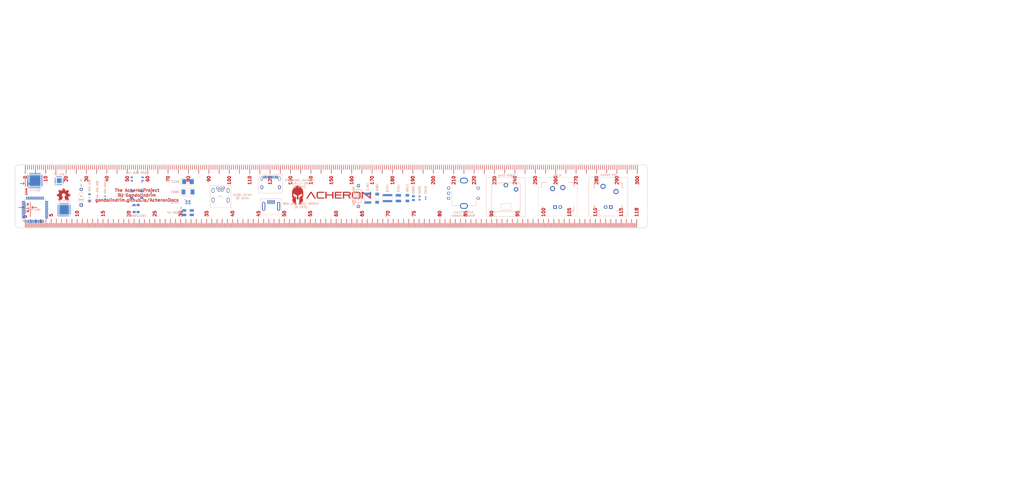
<source format=kicad_pcb>
(kicad_pcb (version 20221018) (generator pcbnew)
  (title_block (title "AcheronRuler") (date "2019-10-10") (rev "Alpha") (comment 1 "Designed by Gondolindrim"))
  (layers (0 "F.Cu" signal) (31 "B.Cu" signal) (34 "B.Paste" user) (35 "F.Paste" user) (36 "B.SilkS" user "B.Silkscreen") (37 "F.SilkS" user "F.Silkscreen") (38 "B.Mask" user) (39 "F.Mask" user) (44 "Edge.Cuts" user))
  (net 0 "")
  (footprint "acheron_Logos:acheronLong_40x12mm_Plated" (layer "F.Cu") (at 211.195 126.090625)
    (fp_text reference "L3" hide)
    (fp_text value "Acheron Logo" hide)
  )
  (footprint "acheron_MX:MX100" (layer "F.Cu") (at 346.92625 126.853125)
    (fp_text reference "MX Switch")
    (fp_text value "MX100")
  )
  (footprint "acheron_Components:LED_THT_2.54mm" (layer "F.Cu") (at 346.92625 131.919925)
    (fp_text reference "L1")
    (fp_text value "LED")
  )
  (footprint "acheron_Components:LED_THT_2.54mm" (layer "F.Cu") (at 322.16125 131.919925 180)
    (fp_text reference "L1")
    (fp_text value "LED")
  )
  (footprint "acheron_Choc:C100" (layer "F.Cu") (at 296.76125 127.043125)
    (fp_text reference "Kailh Choc")
    (fp_text value "C100")
  )
  (footprint "Symbol:OSHW-Symbol_6.7x6mm_Copper" (layer "F.Cu") (at 79.97225 125.773125)
    (fp_text reference "REF**" hide)
    (fp_text value "OSHW-Symbol_6.7x6mm_Copper" hide)
  )
  (footprint "acheron_Components:QFN-44-1EP_7x7mm_P0.5mm_EP5.2x5.2mm" (layer "B.Cu") (at 65.93875 118.946875)
    (fp_text reference "QFN-44")
    (fp_text value "QFN-44-1EP_7x7mm_P0.5mm_EP5.2x5.2mm")
  )
  (footprint "acheron_Components:QFN-28-1EP_4x4mm_P0.4mm_EP2.3x2.3mm" (layer "B.Cu") (at 77.845 118.946875)
    (fp_text reference "QFN-28")
    (fp_text value "IS31FL3731-QF")
  )
  (footprint "acheron_Components:TQPF-44_10x10mm_P0.8mm" (layer "B.Cu") (at 65.93875 133.234375)
    (fp_text reference "TQFP-44")
    (fp_text value "TQPF-44_10x10mm_P0.8mm")
  )
  (footprint "acheron_Components:UQFN-48-1EP_6x6mm_P0.4mm_EP4.62x4.62mm" (layer "B.Cu") (at 80.22625 133.234375)
    (fp_text reference "UQFN-48")
    (fp_text value "UQFN-48_6x6mm_P0.4mm")
  )
  (footprint "Resistor_SMD:R_1206_3216Metric" (layer "B.Cu") (at 248.44825 127.519125 -90)
    (fp_text reference "1206")
    (fp_text value "R_1206_3216Metric")
  )
  (footprint "Resistor_SMD:R_0805_2012Metric" (layer "B.Cu") (at 251.44825 127.519125 -90)
    (fp_text reference "0805")
    (fp_text value "R_0805_2012Metric")
  )
  (footprint "Resistor_SMD:R_0603_1608Metric" (layer "B.Cu") (at 254.44825 127.519125 90)
    (fp_text reference "0603")
    (fp_text value "R_0603_1608Metric")
  )
  (footprint "Resistor_SMD:R_0402_1005Metric" (layer "B.Cu") (at 257.44825 127.519125 -90)
    (fp_text reference "0402")
    (fp_text value "R_0402_1005Metric")
  )
  (footprint "acheron_MXA:MXA100" (layer "B.Cu") (at 322.16005 126.839925 180)
    (fp_text reference "ALPS")
    (fp_text value "MXA100")
  )
  (footprint "acheron_Hardware:ALPS_EC11E" (layer "B.Cu") (at 276.18725 125.138125 90)
    (fp_text reference "ALPS EC11Ex" hide)
    (fp_text value "ALPS_EC11E")
  )
  (footprint "acheron_Components:D_SOD-123" (layer "B.Cu") (at 92.67225 127.297125 90)
    (fp_text reference "SOD-123")
    (fp_text value "D_SOD-123")
  )
  (footprint "Diode_SMD:D_SOD-323" (layer "B.Cu") (at 96.48225 127.297125 90)
    (fp_text reference "SOD-323")
    (fp_text value "D_SOD-323")
  )
  (footprint "Diode_SMD:D_SOD-523" (layer "B.Cu") (at 100.29225 127.297125 90)
    (fp_text reference "SOD-523")
    (fp_text value "D_SOD-523")
  )
  (footprint "acheron_Components:Crystal_SMD_5032-2Pin_5.0x3.2mm" (layer "B.Cu") (at 140.93225 119.423125)
    (fp_text reference "5032 2P")
    (fp_text value "Crystal_SMD_5032-2Pin_5.0x3.2mm")
  )
  (footprint "acheron_Connectors:USB_MiniB_XM7D-0512" (layer "B.Cu") (at 156.93425 123.741125 180)
    (fp_text reference "J**")
    (fp_text value "USB_MiniB_XM7D-0512")
  )
  (footprint "acheron_Connectors:TYPE-C-31-M-12" (layer "B.Cu") (at 181.44525 116.502125 180)
    (fp_text reference "J1" hide)
    (fp_text value "TYPE-C-31-M12_13")
  )
  (footprint "Crystal:Crystal_SMD_0603-2Pin_6.0x3.5mm" (layer "B.Cu") (at 140.93225 124.503125)
    (fp_text reference "0603")
    (fp_text value "Crystal_SMD_0603-2Pin_6.0x3.5mm")
  )
  (footprint "acheron_Components:D_DO-35_SOD27_P7.62mm" (layer "B.Cu") (at 88.60825 127.043125 90)
    (fp_text reference "DO-35")
    (fp_text value "D_DO-35_SOD27_P7.62mm")
  )
  (footprint "Resistor_SMD:R_1210_3225Metric" (layer "B.Cu") (at 244.05625 127.551125 90)
    (fp_text reference "1210")
    (fp_text value "R_1210_3225Metric")
  )
  (footprint "Resistor_SMD:R_1218_3246Metric" (layer "B.Cu") (at 238.72225 127.551125 -90)
    (fp_text reference "1218")
    (fp_text value "R_1218_3246Metric")
  )
  (footprint "Resistor_SMD:R_1812_4532Metric" (layer "B.Cu") (at 229.07025 127.551125 -90)
    (fp_text reference "1812")
    (fp_text value "R_1812_4532Metric")
  )
  (footprint "acheron_Connectors:USB_MiniB_Hirose_UX60-MB-5S8" (layer "B.Cu") (at 181.69925 128.440125 180)
    (fp_text reference "J**" hide)
    (fp_text value "USB_MiniB_Hirose_UX60-MB-5S8")
  )
  (footprint "acheron_Components:Crystal_SMD_5032-4Pin_5.0x3.2mm" (layer "B.Cu") (at 140.93225 134.663125)
    (fp_text reference "5032 4P")
    (fp_text value "Crystal_SMD_5032-4Pin_5.0x3.2mm")
  )
  (footprint "acheron_Components:Crystal_SMD_2016-4Pin_2.0x1.6mm" (layer "B.Cu") (at 140.93225 129.583125)
    (fp_text reference "2016")
    (fp_text value "16MHz")
  )
  (footprint "Resistor_SMD:R_1806_4516Metric" (layer "B.Cu") (at 233.64225 127.551125 -90)
    (fp_text reference "1806")
    (fp_text value "R_1806_4516Metric")
  )
  (footprint "acheron_Components:E6C1209RGB" (layer "B.Cu") (at 115.53225 132.631125 -90)
    (fp_text reference "E6C1209RGB")
    (fp_text value "E6C1209RGB")
  )
  (footprint "acheron_Components:LED_WS2812B_5.0x5.0mm_P3.2mm" (layer "B.Cu") (at 115.78625 125.773125)
    (fp_text reference "WS2812")
    (fp_text value "LED_WS2812B_5.0x5.0mm_P3.2mm")
  )
  (footprint "acheron_Components:R_Axial_DIN0207_L6.3mm_D2.5mm_P10.16mm_Horizontal" (layer "B.Cu") (at 224.49825 126.535125 -90)
    (fp_text reference "AXIAL 0.25W")
    (fp_text value "10k")
  )
  (footprint "acheron_Components:LED_RGB_SMD_6028_2.8x3.5mm_Round" (layer "B.Cu") (at 116.04025 118.153125)
    (fp_text reference "6028 RGB LED")
    (fp_text value "LED_RGB_SMD_6028_2.8x3.5mm_Round")
  )
  (gr_line (start 356.45125 136.378125) (end 356.45125 117.328125) (stroke (width 0.15)) (layer "B.SilkS"))
  (gr_line (start 342.86225 133.647125) (end 340.06825 133.647125) (stroke (width 0.3)) (layer "B.SilkS"))
  (gr_line (start 340.06825 122.725125) (end 340.06825 119.931125) (stroke (width 0.3)) (layer "B.SilkS"))
  (gr_line (start 350.99025 119.931125) (end 353.78425 119.931125) (stroke (width 0.3)) (layer "B.SilkS"))
  (gr_line (start 356.45125 136.378125) (end 337.40125 136.378125) (stroke (width 0.15)) (layer "B.SilkS"))
  (gr_line (start 337.40125 117.328125) (end 337.40125 136.378125) (stroke (width 0.15)) (layer "B.SilkS"))
  (gr_line (start 342.86225 119.931125) (end 340.06825 119.931125) (stroke (width 0.3)) (layer "B.SilkS"))
  (gr_line (start 356.45125 117.328125) (end 337.40125 117.328125) (stroke (width 0.15)) (layer "B.SilkS"))
  (gr_line (start 353.78425 122.725125) (end 353.78425 119.931125) (stroke (width 0.3)) (layer "B.SilkS"))
  (gr_line (start 353.78425 130.853125) (end 353.78425 133.647125) (stroke (width 0.3)) (layer "B.SilkS"))
  (gr_line (start 350.99025 133.647125) (end 353.78425 133.647125) (stroke (width 0.3)) (layer "B.SilkS"))
  (gr_line (start 340.06825 130.853125) (end 340.06825 133.647125) (stroke (width 0.3)) (layer "B.SilkS"))
  (gr_line (start 294.26125 133.318125) (end 294.26125 130.168125) (stroke (width 0.15)) (layer "B.SilkS"))
  (gr_line (start 306.28625 117.505925) (end 287.23625 117.505925) (stroke (width 0.15)) (layer "B.SilkS"))
  (gr_line (start 287.23625 117.505925) (end 287.23625 136.555925) (stroke (width 0.15)) (layer "B.SilkS"))
  (gr_line (start 306.28625 136.555925) (end 287.23625 136.555925) (stroke (width 0.15)) (layer "B.SilkS"))
  (gr_line (start 306.28625 136.555925) (end 306.28625 117.505925) (stroke (width 0.15)) (layer "B.SilkS"))
  (gr_line (start 175.73025 125.011125) (end 175.73025 115.867125) (stroke (width 0.15)) (layer "B.SilkS"))
  (gr_line (start 186.77925 135.679125) (end 186.77925 127.805125) (stroke (width 0.15)) (layer "B.SilkS"))
  (gr_line (start 186.77925 135.679125) (end 185.89025 135.679125) (stroke (width 0.15)) (layer "B.SilkS"))
  (gr_line (start 176.61925 127.805125) (end 176.61925 135.679125) (stroke (width 0.15)) (layer "B.SilkS"))
  (gr_line (start 176.61925 127.805125) (end 186.77925 127.805125) (stroke (width 0.15)) (layer "B.SilkS"))
  (gr_line (start 184.49325 135.679125) (end 185.38225 135.679125) (stroke (width 0.15)) (layer "B.SilkS"))
  (gr_line (start 184.11225 135.679125) (end 183.22325 135.679125) (stroke (width 0.15)) (layer "B.SilkS"))
  (gr_line (start 181.95325 135.679125) (end 182.84225 135.679125) (stroke (width 0.15)) (layer "B.SilkS"))
  (gr_line (start 181.57225 135.679125) (end 180.68325 135.679125) (stroke (width 0.15)) (layer "B.SilkS"))
  (gr_line (start 179.41325 135.679125) (end 180.30225 135.679125) (stroke (width 0.15)) (layer "B.SilkS"))
  (gr_line (start 179.03225 135.679125) (end 178.14325 135.679125) (stroke (width 0.15)) (layer "B.SilkS"))
  (gr_line (start 177.76225 135.679125) (end 176.61925 135.679125) (stroke (width 0.15)) (layer "B.SilkS"))
  (gr_line (start 177.50825 125.011125) (end 179.03225 125.011125) (stroke (width 0.15)) (layer "B.SilkS"))
  (gr_line (start 181.06425 125.011125) (end 179.54025 125.011125) (stroke (width 0.15)) (layer "B.SilkS"))
  (gr_line (start 183.09625 125.011125) (end 181.57225 125.011125) (stroke (width 0.15)) (layer "B.SilkS"))
  (gr_line (start 185.12825 125.011125) (end 183.60425 125.011125) (stroke (width 0.15)) (layer "B.SilkS"))
  (gr_line (start 187.16025 125.011125) (end 185.63625 125.011125) (stroke (width 0.15)) (layer "B.SilkS"))
  (gr_line (start 151.85425 132.250125) (end 151.85425 121.455125) (stroke (width 0.15)) (layer "B.SilkS"))
  (gr_line (start 153.37825 132.250125) (end 154.39425 132.250125) (stroke (width 0.15)) (layer "B.SilkS"))
  (gr_line (start 154.90225 132.250125) (end 155.91825 132.250125) (stroke (width 0.15)) (layer "B.SilkS"))
  (gr_line (start 156.42625 132.250125) (end 157.44225 132.250125) (stroke (width 0.15)) (layer "B.SilkS"))
  (gr_line (start 157.95025 132.250125) (end 158.96625 132.250125) (stroke (width 0.15)) (layer "B.SilkS"))
  (gr_line (start 159.47425 132.250125) (end 160.49025 132.250125) (stroke (width 0.15)) (layer "B.SilkS"))
  (gr_line (start 160.99825 132.250125) (end 162.01425 132.250125) (stroke (width 0.15)) (layer "B.SilkS"))
  (gr_line (start 187.16025 115.867125) (end 187.16025 125.011125) (stroke (width 0.15)) (layer "B.SilkS"))
  (gr_line (start 299.26125 133.318125) (end 294.26125 133.318125) (stroke (width 0.15)) (layer "B.SilkS"))
  (gr_line (start 152.87025 132.250125) (end 151.85425 132.250125) (stroke (width 0.15)) (layer "B.SilkS"))
  (gr_line (start 294.26125 130.168125) (end 299.26125 130.168125) (stroke (width 0.15)) (layer "B.SilkS"))
  (gr_line (start 175.73025 115.867125) (end 187.16025 115.867125) (stroke (width 0.15)) (layer "B.SilkS"))
  (gr_line (start 177.00025 125.011125) (end 175.73025 125.011125) (stroke (width 0.15)) (layer "B.SilkS"))
  (gr_line (start 299.26125 130.168125) (end 299.26125 133.318125) (stroke (width 0.15)) (layer "B.SilkS"))
  (gr_line (start 151.85425 121.455125) (end 162.01425 121.455125) (stroke (width 0.15)) (layer "B.SilkS"))
  (gr_line (start 162.01425 121.455125) (end 162.01425 132.250125) (stroke (width 0.15)) (layer "B.SilkS"))
  (gr_line (start 56.17625 140.153125) (end 56.17625 113.153125) (stroke (width 0.2)) (layer "Edge.Cuts"))
  (gr_arc (start 366.17625 140.153125) (mid 365.590464 141.567339) (end 364.17625 142.153125) (stroke (width 0.2)) (layer "Edge.Cuts"))
  (gr_arc (start 58.17625 142.153125) (mid 56.762036 141.567339) (end 56.17625 140.153125) (stroke (width 0.2)) (layer "Edge.Cuts"))
  (gr_arc (start 56.17625 113.153125) (mid 56.762036 111.738911) (end 58.17625 111.153125) (stroke (width 0.2)) (layer "Edge.Cuts"))
  (gr_line (start 58.17625 111.153125) (end 364.17625 111.153125) (stroke (width 0.2)) (layer "Edge.Cuts"))
  (gr_arc (start 364.17625 111.153125) (mid 365.590464 111.738911) (end 366.17625 113.153125) (stroke (width 0.2)) (layer "Edge.Cuts"))
  (gr_line (start 366.17625 113.153125) (end 366.17625 140.153125) (stroke (width 0.2)) (layer "Edge.Cuts"))
  (gr_line (start 364.17625 142.153125) (end 58.17625 142.153125) (stroke (width 0.2)) (layer "Edge.Cuts"))
  (gr_text "300" (at 361.17625 116.353125 90) (layer "F.Cu") (effects (font (size 1.5 1.5) (thickness 0.375)) (justify right)))
  (gr_text "280" (at 341.17625 116.353125 90) (layer "F.Cu") (effects (font (size 1.5 1.5) (thickness 0.375)) (justify right)))
  (gr_text "50" (at 111.17625 116.353125 90) (layer "F.Cu") (effects (font (size 1.5 1.5) (thickness 0.375)) (justify right)))
  (gr_text "150" (at 211.17625 116.353125 90) (layer "F.Cu") (effects (font (size 1.5 1.5) (thickness 0.375)) (justify right)))
  (gr_text "170" (at 231.17625 116.353125 90) (layer "F.Cu") (effects (font (size 1.5 1.5) (thickness 0.375)) (justify right)))
  (gr_text "90" (at 151.17625 116.353125 90) (layer "F.Cu") (effects (font (size 1.5 1.5) (thickness 0.375)) (justify right)))
  (gr_text "10" (at 71.17625 116.353125 90) (layer "F.Cu") (effects (font (size 1.5 1.5) (thickness 0.375)) (justify right)))
  (gr_text "200" (at 261.17625 116.353125 90) (layer "F.Cu") (effects (font (size 1.5 1.5) (thickness 0.375)) (justify right)))
  (gr_text "110" (at 171.17625 116.353125 90) (layer "F.Cu") (effects (font (size 1.5 1.5) (thickness 0.375)) (justify right)))
  (gr_text "0" (at 61.17625 116.353125 90) (layer "F.Cu") (effects (font (size 1.5 1.5) (thickness 0.375)) (justify right)))
  (gr_text "120" (at 181.17625 116.353125 90) (layer "F.Cu") (effects (font (size 1.5 1.5) (thickness 0.375)) (justify right)))
  (gr_text "100" (at 161.17625 116.353125 90) (layer "F.Cu") (effects (font (size 1.5 1.5) (thickness 0.375)) (justify right)))
  (gr_text "190" (at 251.17625 116.353125 90) (layer "F.Cu") (effects (font (size 1.5 1.5) (thickness 0.375)) (justify right)))
  (gr_text "35" (at 150.07625 136.853125 90) (layer "F.Cu") (effects (font (size 1.524 1.524) (thickness 0.381)) (justify left)))
  (gr_text "210" (at 271.17625 116.353125 90) (layer "F.Cu") (effects (font (size 1.5 1.5) (thickness 0.375)) (justify right)))
  (gr_text "250" (at 311.17625 116.353125 90) (layer "F.Cu") (effects (font (size 1.5 1.5) (thickness 0.375)) (justify right)))
  (gr_text "80" (at 141.17625 116.353125 90) (layer "F.Cu") (effects (font (size 1.5 1.5) (thickness 0.375)) (justify right)))
  (gr_text "270" (at 331.17625 116.353125 90) (layer "F.Cu") (effects (font (size 1.5 1.5) (thickness 0.375)) (justify right)))
  (gr_text "290" (at 351.17625 116.353125 90) (layer "F.Cu") (effects (font (size 1.5 1.5) (thickness 0.375)) (justify right)))
  (gr_text "240" (at 301.17625 116.353125 90) (layer "F.Cu") (effects (font (size 1.5 1.5) (thickness 0.375)) (justify right)))
  (gr_text "60" (at 121.17625 116.353125 90) (layer "F.Cu") (effects (font (size 1.5 1.5) (thickness 0.375)) (justify right)))
  (gr_text "40" (at 162.77625 136.853125 90) (layer "F.Cu") (effects (font (size 1.524 1.524) (thickness 0.381)) (justify left)))
  (gr_text "180" (at 241.17625 116.353125 90) (layer "F.Cu") (effects (font (size 1.5 1.5) (thickness 0.375)) (justify right)))
  (gr_text "220" (at 281.17625 116.353125 90) (layer "F.Cu") (effects (font (size 1.5 1.5) (thickness 0.375)) (justify right)))
  (gr_text "230" (at 291.17625 116.353125 90) (layer "F.Cu") (effects (font (size 1.5 1.5) (thickness 0.375)) (justify right)))
  (gr_text "45" (at 175.47625 136.853125 90) (layer "F.Cu") (effects (font (size 1.524 1.524) (thickness 0.381)) (justify left)))
  (gr_text "50" (at 188.17625 136.853125 90) (layer "F.Cu") (effects (font (size 1.524 1.524) (thickness 0.381)) (justify left)))
  (gr_text "260" (at 321.17625 116.353125 90) (layer "F.Cu") (effects (font (size 1.5 1.5) (thickness 0.375)) (justify right)))
  (gr_text "55" (at 200.87625 136.853125 90) (layer "F.Cu") (effects (font (size 1.524 1.524) (thickness 0.381)) (justify left)))
  (gr_text "60" (at 213.57625 136.853125 90) (layer "F.Cu") (effects (font (size 1.524 1.524) (thickness 0.381)) (justify left)))
  (gr_text "140" (at 201.17625 116.353125 90) (layer "F.Cu") (effects (font (size 1.5 1.5) (thickness 0.375)) (justify right)))
  (gr_text "65" (at 226.27625 136.853125 90) (layer "F.Cu") (effects (font (size 1.524 1.524) (thickness 0.381)) (justify left)))
  (gr_text "130" (at 191.17625 116.353125 90) (layer "F.Cu") (effects (font (size 1.5 1.5) (thickness 0.375)) (justify right)))
  (gr_text "20" (at 81.17625 116.353125 90) (layer "F.Cu") (effects (font (size 1.5 1.5) (thickness 0.375)) (justify right)))
  (gr_text "70" (at 238.97625 136.853125 90) (layer "F.Cu") (effects (font (size 1.524 1.524) (thickness 0.381)) (justify left)))
  (gr_text "160" (at 221.17625 116.353125 90) (layer "F.Cu") (effects (font (size 1.5 1.5) (thickness 0.375)) (justify right)))
  (gr_text "30" (at 91.17625 116.353125 90) (layer "F.Cu") (effects (font (size 1.5 1.5) (thickness 0.375)) (justify right)))
  (gr_text "40" (at 101.17625 116.353125 90) (layer "F.Cu") (effects (font (size 1.5 1.5) (thickness 0.375)) (justify right)))
  (gr_text "75" (at 251.67625 136.853125 90) (layer "F.Cu") (effects (font (size 1.524 1.524) (thickness 0.381)) (justify left)))
  (gr_text "80" (at 264.37625 136.853125 90) (layer "F.Cu") (effects (font (size 1.524 1.524) (thickness 0.381)) (justify left)))
  (gr_text "90" (at 289.77625 136.853125 90) (layer "F.Cu") (effects (font (size 1.524 1.524) (thickness 0.381)) (justify left)))
  (gr_text "95" (at 302.47625 136.853125 90) (layer "F.Cu") (effects (font (size 1.524 1.524) (thickness 0.381)) (justify left)))
  (gr_text "100" (at 315.17625 136.853125 90) (layer "F.Cu") (effects (font (size 1.524 1.524) (thickness 0.381)) (justify left)))
  (gr_text "105" (at 327.87625 136.853125 90) (layer "F.Cu") (effects (font (size 1.524 1.524) (thickness 0.381)) (justify left)))
  (gr_text "110" (at 340.57625 136.853125 90) (layer "F.Cu") (effects (font (size 1.524 1.524) (thickness 0.381)) (justify left)))
  (gr_text "115" (at 353.27625 136.853125 90) (layer "F.Cu") (effects (font (size 1.524 1.524) (thickness 0.381)) (justify left)))
  (gr_text "118" (at 360.89625 136.853125 90) (layer "F.Cu") (effects (font (size 1.524 1.524) (thickness 0.381)) (justify left)))
  (gr_text "85" (at 277.07625 136.853125 90) (layer "F.Cu") (effects (font (size 1.524 1.524) (thickness 0.381)) (justify left)))
  (gr_text "0.1 in" (at 62.44625 132.123125 90) (layer "F.Cu") (effects (font (size 1.016 1.016) (thickness 0.254))))
  (gr_text "1mm" (at 61.67625 124.353125 90) (layer "F.Cu") (effects (font (size 1 1) (thickness 0.25))))
  (gr_text "0" (at 61.17625 136.568125 90) (layer "F.Cu") (effects (font (size 1.524 1.524) (thickness 0.381))))
  (gr_text "5" (at 73.87625 136.853125 90) (layer "F.Cu") (effects (font (size 1.524 1.524) (thickness 0.381)) (justify left)))
  (gr_text "10" (at 86.57625 136.853125 90) (layer "F.Cu") (effects (font (size 1.524 1.524) (thickness 0.381)) (justify left)))
  (gr_text "20" (at 111.97625 136.853125 90) (layer "F.Cu") (effects (font (size 1.524 1.524) (thickness 0.381)) (justify left)))
  (gr_text "25" (at 124.67625 136.853125 90) (layer "F.Cu") (effects (font (size 1.524 1.524) (thickness 0.381)) (justify left)))
  (gr_text "30" (at 137.37625 136.853125 90) (layer "F.Cu") (effects (font (size 1.524 1.524) (thickness 0.381)) (justify left)))
  (gr_text "The AcheronProject\nBy Gondolindrim\ngondolindrim.github.io/AcheronDocs" (at 115.945 126.090625) (layer "F.Cu") (effects (font (size 1.5 1.5) (thickness 0.3))))
  (gr_text "70" (at 131.17625 116.353125 90) (layer "F.Cu") (effects (font (size 1.5 1.5) (thickness 0.375)) (justify right)))
  (gr_text "15" (at 99.27625 136.853125 90) (layer "F.Cu") (effects (font (size 1.524 1.524) (thickness 0.381)) (justify left)))
  (gr_text "XM7D-0512\n(MINI B)" (at 167.60225 126.789125) (layer "B.SilkS") (effects (font (size 1 1) (thickness 0.2)) (justify mirror)))
  (gr_text "KOREAN HROPARTS\nTYPE-C-M-12\n(TYPE C)" (at 195.54225 120.439125) (layer "B.SilkS") (effects (font (size 1 1) (thickness 0.2)) (justify mirror)))
  (gr_text "HIROSE UX60-MB-5S8\n(MINI B)" (at 196.30425 131.107125) (layer "B.SilkS") (effects (font (size 1 1) (thickness 0.2)) (justify mirror)))
  (gr_text "ALPS EC11Ex\nRotary Encoder" (at 275.93325 135.298125) (layer "B.SilkS") (effects (font (size 1 1) (thickness 0.2)) (justify mirror)))
  (segment (start 61.17625 137.853125) (end 61.17625 141.853125) (width 0.254) (layer "F.Cu") (net 0))
  (segment (start 61.81125 139.853125) (end 61.81125 141.853125) (width 0.254) (layer "F.Cu") (net 0))
  (segment (start 62.44625 139.853125) (end 62.44625 141.853125) (width 0.254) (layer "F.Cu") (net 0))
  (segment (start 63.08125 139.853125) (end 63.08125 141.853125) (width 0.254) (layer "F.Cu") (net 0))
  (segment (start 63.71625 137.853125) (end 63.71625 141.853125) (width 0.254) (layer "F.Cu") (net 0))
  (segment (start 64.98625 139.853125) (end 64.98625 141.853125) (width 0.254) (layer "F.Cu") (net 0))
  (segment (start 64.35125 139.853125) (end 64.35125 141.853125) (width 0.254) (layer "F.Cu") (net 0))
  (segment (start 66.25625 137.853125) (end 66.25625 141.853125) (width 0.254) (layer "F.Cu") (net 0))
  (segment (start 65.62125 139.853125) (end 65.62125 141.853125) (width 0.254) (layer "F.Cu") (net 0))
  (segment (start 71.33625 137.853125) (end 71.33625 141.853125) (width 0.254) (layer "F.Cu") (net 0))
  (segment (start 67.52625 139.853125) (end 67.52625 141.853125) (width 0.254) (layer "F.Cu") (net 0))
  (segment (start 66.89125 139.853125) (end 66.89125 141.853125) (width 0.254) (layer "F.Cu") (net 0))
  (segment (start 70.06625 139.853125) (end 70.06625 141.853125) (width 0.254) (layer "F.Cu") (net 0))
  (segment (start 70.70125 139.853125) (end 70.70125 141.853125) (width 0.254) (layer "F.Cu") (net 0))
  (segment (start 69.43125 139.853125) (end 69.43125 141.853125) (width 0.254) (layer "F.Cu") (net 0))
  (segment (start 68.79625 137.853125) (end 68.79625 141.853125) (width 0.254) (layer "F.Cu") (net 0))
  (segment (start 68.16125 139.853125) (end 68.16125 141.853125) (width 0.254) (layer "F.Cu") (net 0))
  (segment (start 79.59125 139.853125) (end 79.59125 141.853125) (width 0.254) (layer "F.Cu") (net 0))
  (segment (start 80.86125 139.853125) (end 80.86125 141.853125) (width 0.254) (layer "F.Cu") (net 0))
  (segment (start 81.49625 137.853125) (end 81.49625 141.853125) (width 0.254) (layer "F.Cu") (net 0))
  (segment (start 76.41625 137.853125) (end 76.41625 141.853125) (width 0.254) (layer "F.Cu") (net 0))
  (segment (start 72.60625 139.853125) (end 72.60625 141.853125) (width 0.254) (layer "F.Cu") (net 0))
  (segment (start 71.97125 139.853125) (end 71.97125 141.853125) (width 0.254) (layer "F.Cu") (net 0))
  (segment (start 75.14625 139.853125) (end 75.14625 141.853125) (width 0.254) (layer "F.Cu") (net 0))
  (segment (start 78.95625 137.853125) (end 78.95625 141.853125) (width 0.254) (layer "F.Cu") (net 0))
  (segment (start 80.22625 139.853125) (end 80.22625 141.853125) (width 0.254) (layer "F.Cu") (net 0))
  (segment (start 75.78125 139.853125) (end 75.78125 141.853125) (width 0.254) (layer "F.Cu") (net 0))
  (segment (start 74.51125 139.853125) (end 74.51125 141.853125) (width 0.254) (layer "F.Cu") (net 0))
  (segment (start 78.32125 139.853125) (end 78.32125 141.853125) (width 0.254) (layer "F.Cu") (net 0))
  (segment (start 73.87625 137.853125) (end 73.87625 141.853125) (width 0.254) (layer "F.Cu") (net 0))
  (segment (start 73.24125 139.853125) (end 73.24125 141.853125) (width 0.254) (layer "F.Cu") (net 0))
  (segment (start 77.68625 139.853125) (end 77.68625 141.853125) (width 0.254) (layer "F.Cu") (net 0))
  (segment (start 77.05125 139.853125) (end 77.05125 141.853125) (width 0.254) (layer "F.Cu") (net 0))
  (segment (start 89.75125 139.853125) (end 89.75125 141.853125) (width 0.254) (layer "F.Cu") (net 0))
  (segment (start 91.02125 139.853125) (end 91.02125 141.853125) (width 0.254) (layer "F.Cu") (net 0))
  (segment (start 91.65625 137.853125) (end 91.65625 141.853125) (width 0.254) (layer "F.Cu") (net 0))
  (segment (start 97.37125 139.853125) (end 97.37125 141.853125) (width 0.254) (layer "F.Cu") (net 0))
  (segment (start 92.92625 139.853125) (end 92.92625 141.853125) (width 0.254) (layer "F.Cu") (net 0))
  (segment (start 86.57625 137.853125) (end 86.57625 141.853125) (width 0.254) (layer "F.Cu") (net 0))
  (segment (start 96.10125 139.853125) (end 96.10125 141.853125) (width 0.254) (layer "F.Cu") (net 0))
  (segment (start 98.00625 139.853125) (end 98.00625 141.853125) (width 0.254) (layer "F.Cu") (net 0))
  (segment (start 101.81625 137.853125) (end 101.81625 141.853125) (width 0.254) (layer "F.Cu") (net 0))
  (segment (start 82.76625 139.853125) (end 82.76625 141.853125) (width 0.254) (layer "F.Cu") (net 0))
  (segment (start 82.13125 139.853125) (end 82.13125 141.853125) (width 0.254) (layer "F.Cu") (net 0))
  (segment (start 85.30625 139.853125) (end 85.30625 141.853125) (width 0.254) (layer "F.Cu") (net 0))
  (segment (start 89.11625 137.853125) (end 89.11625 141.853125) (width 0.254) (layer "F.Cu") (net 0))
  (segment (start 90.38625 139.853125) (end 90.38625 141.853125) (width 0.254) (layer "F.Cu") (net 0))
  (segment (start 94.19625 137.853125) (end 94.19625 141.853125) (width 0.254) (layer "F.Cu") (net 0))
  (segment (start 99.27625 137.853125) (end 99.27625 141.853125) (width 0.254) (layer "F.Cu") (net 0))
  (segment (start 99.91125 139.853125) (end 99.91125 141.853125) (width 0.254) (layer "F.Cu") (net 0))
  (segment (start 85.94125 139.853125) (end 85.94125 141.853125) (width 0.254) (layer "F.Cu") (net 0))
  (segment (start 92.29125 139.853125) (end 92.29125 141.853125) (width 0.254) (layer "F.Cu") (net 0))
  (segment (start 84.67125 139.853125) (end 84.67125 141.853125) (width 0.254) (layer "F.Cu") (net 0))
  (segment (start 88.48125 139.853125) (end 88.48125 141.853125) (width 0.254) (layer "F.Cu") (net 0))
  (segment (start 100.54625 139.853125) (end 100.54625 141.853125) (width 0.254) (layer "F.Cu") (net 0))
  (segment (start 101.18125 139.853125) (end 101.18125 141.853125) (width 0.254) (layer "F.Cu") (net 0))
  (segment (start 94.83125 139.853125) (end 94.83125 141.853125) (width 0.254) (layer "F.Cu") (net 0))
  (segment (start 95.46625 139.853125) (end 95.46625 141.853125) (width 0.254) (layer "F.Cu") (net 0))
  (segment (start 84.03625 137.853125) (end 84.03625 141.853125) (width 0.254) (layer "F.Cu") (net 0))
  (segment (start 83.40125 139.853125) (end 83.40125 141.853125) (width 0.254) (layer "F.Cu") (net 0))
  (segment (start 87.84625 139.853125) (end 87.84625 141.853125) (width 0.254) (layer "F.Cu") (net 0))
  (segment (start 93.56125 139.853125) (end 93.56125 141.853125) (width 0.254) (layer "F.Cu") (net 0))
  (segment (start 96.73625 137.853125) (end 96.73625 141.853125) (width 0.254) (layer "F.Cu") (net 0))
  (segment (start 98.64125 139.853125) (end 98.64125 141.853125) (width 0.254) (layer "F.Cu") (net 0))
  (segment (start 87.21125 139.853125) (end 87.21125 141.853125) (width 0.254) (layer "F.Cu") (net 0))
  (segment (start 132.29625 137.853125) (end 132.29625 141.853125) (width 0.254) (layer "F.Cu") (net 0))
  (segment (start 130.39125 139.853125) (end 130.39125 141.853125) (width 0.254) (layer "F.Cu") (net 0))
  (segment (start 110.07125 139.853125) (end 110.07125 141.853125) (width 0.254) (layer "F.Cu") (net 0))
  (segment (start 111.34125 139.853125) (end 111.34125 141.853125) (width 0.254) (layer "F.Cu") (net 0))
  (segment (start 111.97625 137.853125) (end 111.97625 141.853125) (width 0.254) (layer "F.Cu") (net 0))
  (segment (start 117.69125 139.853125) (end 117.69125 141.853125) (width 0.254) (layer "F.Cu") (net 0))
  (segment (start 113.24625 139.853125) (end 113.24625 141.853125) (width 0.254) (layer "F.Cu") (net 0))
  (segment (start 106.89625 137.853125) (end 106.89625 141.853125) (width 0.254) (layer "F.Cu") (net 0))
  (segment (start 116.42125 139.853125) (end 116.42125 141.853125) (width 0.254) (layer "F.Cu") (net 0))
  (segment (start 124.67625 137.853125) (end 124.67625 141.853125) (width 0.254) (layer "F.Cu") (net 0))
  (segment (start 118.32625 139.853125) (end 118.32625 141.853125) (width 0.254) (layer "F.Cu") (net 0))
  (segment (start 122.13625 137.853125) (end 122.13625 141.853125) (width 0.254) (layer "F.Cu") (net 0))
  (segment (start 124.04125 139.853125) (end 124.04125 141.853125) (width 0.254) (layer "F.Cu") (net 0))
  (segment (start 136.10625 139.853125) (end 136.10625 141.853125) (width 0.254) (layer "F.Cu") (net 0))
  (segment (start 122.77125 139.853125) (end 122.77125 141.853125) (width 0.254) (layer "F.Cu") (net 0))
  (segment (start 103.08625 139.853125) (end 103.08625 141.853125) (width 0.254) (layer "F.Cu") (net 0))
  (segment (start 102.45125 139.853125) (end 102.45125 141.853125) (width 0.254) (layer "F.Cu") (net 0))
  (segment (start 105.62625 139.853125) (end 105.62625 141.853125) (width 0.254) (layer "F.Cu") (net 0))
  (segment (start 141.82125 139.853125) (end 141.82125 141.853125) (width 0.254) (layer "F.Cu") (net 0))
  (segment (start 109.43625 137.853125) (end 109.43625 141.853125) (width 0.254) (layer "F.Cu") (net 0))
  (segment (start 141.18625 139.853125) (end 141.18625 141.853125) (width 0.254) (layer "F.Cu") (net 0))
  (segment (start 135.47125 139.853125) (end 135.47125 141.853125) (width 0.254) (layer "F.Cu") (net 0))
  (segment (start 110.70625 139.853125) (end 110.70625 141.853125) (width 0.254) (layer "F.Cu") (net 0))
  (segment (start 114.51625 137.853125) (end 114.51625 141.853125) (width 0.254) (layer "F.Cu") (net 0))
  (segment (start 119.59625 137.853125) (end 119.59625 141.853125) (width 0.254) (layer "F.Cu") (net 0))
  (segment (start 120.23125 139.853125) (end 120.23125 141.853125) (width 0.254) (layer "F.Cu") (net 0))
  (segment (start 106.26125 139.853125) (end 106.26125 141.853125) (width 0.254) (layer "F.Cu") (net 0))
  (segment (start 127.21625 137.853125) (end 127.21625 141.853125) (width 0.254) (layer "F.Cu") (net 0))
  (segment (start 112.61125 139.853125) (end 112.61125 141.853125) (width 0.254) (layer "F.Cu") (net 0))
  (segment (start 139.91625 137.853125) (end 139.91625 141.853125) (width 0.254) (layer "F.Cu") (net 0))
  (segment (start 104.99125 139.853125) (end 104.99125 141.853125) (width 0.254) (layer "F.Cu") (net 0))
  (segment (start 136.74125 139.853125) (end 136.74125 141.853125) (width 0.254) (layer "F.Cu") (net 0))
  (segment (start 108.80125 139.853125) (end 108.80125 141.853125) (width 0.254) (layer "F.Cu") (net 0))
  (segment (start 142.45625 137.853125) (end 142.45625 141.853125) (width 0.254) (layer "F.Cu") (net 0))
  (segment (start 120.86625 139.853125) (end 120.86625 141.853125) (width 0.254) (layer "F.Cu") (net 0))
  (segment (start 131.66125 139.853125) (end 131.66125 141.853125) (width 0.254) (layer "F.Cu") (net 0))
  (segment (start 129.12125 139.853125) (end 129.12125 141.853125) (width 0.254) (layer "F.Cu") (net 0))
  (segment (start 128.48625 139.853125) (end 128.48625 141.853125) (width 0.254) (layer "F.Cu") (net 0))
  (segment (start 134.20125 139.853125) (end 134.20125 141.853125) (width 0.254) (layer "F.Cu") (net 0))
  (segment (start 121.50125 139.853125) (end 121.50125 141.853125) (width 0.254) (layer "F.Cu") (net 0))
  (segment (start 140.55125 139.853125) (end 140.55125 141.853125) (width 0.254) (layer "F.Cu") (net 0))
  (segment (start 115.15125 139.853125) (end 115.15125 141.853125) (width 0.254) (layer "F.Cu") (net 0))
  (segment (start 138.64625 139.853125) (end 138.64625 141.853125) (width 0.254) (layer "F.Cu") (net 0))
  (segment (start 115.78625 139.853125) (end 115.78625 141.853125) (width 0.254) (layer "F.Cu") (net 0))
  (segment (start 104.35625 137.853125) (end 104.35625 141.853125) (width 0.254) (layer "F.Cu") (net 0))
  (segment (start 123.40625 139.853125) (end 123.40625 141.853125) (width 0.254) (layer "F.Cu") (net 0))
  (segment (start 103.72125 139.853125) (end 103.72125 141.853125) (width 0.254) (layer "F.Cu") (net 0))
  (segment (start 126.58125 139.853125) (end 126.58125 141.853125) (width 0.254) (layer "F.Cu") (net 0))
  (segment (start 133.56625 139.853125) (end 133.56625 141.853125) (width 0.254) (layer "F.Cu") (net 0))
  (segment (start 125.31125 139.853125) (end 125.31125 141.853125) (width 0.254) (layer "F.Cu") (net 0))
  (segment (start 131.02625 139.853125) (end 131.02625 141.853125) (width 0.254) (layer "F.Cu") (net 0))
  (segment (start 137.37625 137.853125) (end 137.37625 141.853125) (width 0.254) (layer "F.Cu") (net 0))
  (segment (start 139.28125 139.853125) (end 139.28125 141.853125) (width 0.254) (layer "F.Cu") (net 0))
  (segment (start 108.16625 139.853125) (end 108.16625 141.853125) (width 0.254) (layer "F.Cu") (net 0))
  (segment (start 132.93125 139.853125) (end 132.93125 141.853125) (width 0.254) (layer "F.Cu") (net 0))
  (segment (start 125.94625 139.853125) (end 125.94625 141.853125) (width 0.254) (layer "F.Cu") (net 0))
  (segment (start 127.85125 139.853125) (end 127.85125 141.853125) (width 0.254) (layer "F.Cu") (net 0))
  (segment (start 113.88125 139.853125) (end 113.88125 141.853125) (width 0.254) (layer "F.Cu") (net 0))
  (segment (start 138.01125 139.853125) (end 138.01125 141.853125) (width 0.254) (layer "F.Cu") (net 0))
  (segment (start 134.83625 137.853125) (end 134.83625 141.853125) (width 0.254) (layer "F.Cu") (net 0))
  (segment (start 117.05625 137.853125) (end 117.05625 141.853125) (width 0.254) (layer "F.Cu") (net 0))
  (segment (start 118.96125 139.853125) (end 118.96125 141.853125) (width 0.254) (layer "F.Cu") (net 0))
  (segment (start 129.75625 137.853125) (end 129.75625 141.853125) (width 0.254) (layer "F.Cu") (net 0))
  (segment (start 107.53125 139.853125) (end 107.53125 141.853125) (width 0.254) (layer "F.Cu") (net 0))
  (segment (start 216.75125 139.853125) (end 216.75125 141.853125) (width 0.254) (layer "F.Cu") (net 0))
  (segment (start 172.93625 137.853125) (end 172.93625 141.853125) (width 0.254) (layer "F.Cu") (net 0))
  (segment (start 221.83125 139.853125) (end 221.83125 141.853125) (width 0.254) (layer "F.Cu") (net 0))
  (segment (start 196.43125 139.853125) (end 196.43125 141.853125) (width 0.254) (layer "F.Cu") (net 0))
  (segment (start 171.03125 139.853125) (end 171.03125 141.853125) (width 0.254) (layer "F.Cu") (net 0))
  (segment (start 150.71125 139.853125) (end 150.71125 141.853125) (width 0.254) (layer "F.Cu") (net 0))
  (segment (start 151.98125 139.853125) (end 151.98125 141.853125) (width 0.254) (layer "F.Cu") (net 0))
  (segment (start 223.10125 139.853125) (end 223.10125 141.853125) (width 0.254) (layer "F.Cu") (net 0))
  (segment (start 152.61625 137.853125) (end 152.61625 141.853125) (width 0.254) (layer "F.Cu") (net 0))
  (segment (start 158.33125 139.853125) (end 158.33125 141.853125) (width 0.254) (layer "F.Cu") (net 0))
  (segment (start 203.41625 137.853125) (end 203.41625 141.853125) (width 0.254) (layer "F.Cu") (net 0))
  (segment (start 189.44625 139.853125) (end 189.44625 141.853125) (width 0.254) (layer "F.Cu") (net 0))
  (segment (start 204.05125 139.853125) (end 204.05125 141.853125) (width 0.254) (layer "F.Cu") (net 0))
  (segment (start 153.88625 139.853125) (end 153.88625 141.853125) (width 0.254) (layer "F.Cu") (net 0))
  (segment (start 147.53625 137.853125) (end 147.53625 141.853125) (width 0.254) (layer "F.Cu") (net 0))
  (segment (start 214.84625 139.853125) (end 214.84625 141.853125) (width 0.254) (layer "F.Cu") (net 0))
  (segment (start 215.48125 139.853125) (end 215.48125 141.853125) (width 0.254) (layer "F.Cu") (net 0))
  (segment (start 202.78125 139.853125) (end 202.78125 141.853125) (width 0.254) (layer "F.Cu") (net 0))
  (segment (start 217.38625 139.853125) (end 217.38625 141.853125) (width 0.254) (layer "F.Cu") (net 0))
  (segment (start 157.06125 139.853125) (end 157.06125 141.853125) (width 0.254) (layer "F.Cu") (net 0))
  (segment (start 165.31625 137.853125) (end 165.31625 141.853125) (width 0.254) (layer "F.Cu") (net 0))
  (segment (start 158.96625 139.853125) (end 158.96625 141.853125) (width 0.254) (layer "F.Cu") (net 0))
  (segment (start 162.77625 137.853125) (end 162.77625 141.853125) (width 0.254) (layer "F.Cu") (net 0))
  (segment (start 208.49625 137.853125) (end 208.49625 141.853125) (width 0.254) (layer "F.Cu") (net 0))
  (segment (start 202.14625 139.853125) (end 202.14625 141.853125) (width 0.254) (layer "F.Cu") (net 0))
  (segment (start 164.68125 139.853125) (end 164.68125 141.853125) (width 0.254) (layer "F.Cu") (net 0))
  (segment (start 176.74625 139.853125) (end 176.74625 141.853125) (width 0.254) (layer "F.Cu") (net 0))
  (segment (start 209.13125 139.853125) (end 209.13125 141.853125) (width 0.254) (layer "F.Cu") (net 0))
  (segment (start 195.16125 139.853125) (end 195.16125 141.853125) (width 0.254) (layer "F.Cu") (net 0))
  (segment (start 163.41125 139.853125) (end 163.41125 141.853125) (width 0.254) (layer "F.Cu") (net 0))
  (segment (start 213.57625 137.853125) (end 213.57625 141.853125) (width 0.254) (layer "F.Cu") (net 0))
  (segment (start 185.63625 137.853125) (end 185.63625 141.853125) (width 0.254) (layer "F.Cu") (net 0))
  (segment (start 204.68625 139.853125) (end 204.68625 141.853125) (width 0.254) (layer "F.Cu") (net 0))
  (segment (start 143.72625 139.853125) (end 143.72625 141.853125) (width 0.254) (layer "F.Cu") (net 0))
  (segment (start 194.52625 139.853125) (end 194.52625 141.853125) (width 0.254) (layer "F.Cu") (net 0))
  (segment (start 143.09125 139.853125) (end 143.09125 141.853125) (width 0.254) (layer "F.Cu") (net 0))
  (segment (start 193.89125 139.853125) (end 193.89125 141.853125) (width 0.254) (layer "F.Cu") (net 0))
  (segment (start 211.67125 139.853125) (end 211.67125 141.853125) (width 0.254) (layer "F.Cu") (net 0))
  (segment (start 146.26625 139.853125) (end 146.26625 141.853125) (width 0.254) (layer "F.Cu") (net 0))
  (segment (start 182.46125 139.853125) (end 182.46125 141.853125) (width 0.254) (layer "F.Cu") (net 0))
  (segment (start 150.07625 137.853125) (end 150.07625 141.853125) (width 0.254) (layer "F.Cu") (net 0))
  (segment (start 187.54125 139.853125) (end 187.54125 141.853125) (width 0.254) (layer "F.Cu") (net 0))
  (segment (start 181.82625 139.853125) (end 181.82625 141.853125) (width 0.254) (layer "F.Cu") (net 0))
  (segment (start 176.11125 139.853125) (end 176.11125 141.853125) (width 0.254) (layer "F.Cu") (net 0))
  (segment (start 219.92625 139.853125) (end 219.92625 141.853125) (width 0.254) (layer "F.Cu") (net 0))
  (segment (start 197.06625 139.853125) (end 197.06625 141.853125) (width 0.254) (layer "F.Cu") (net 0))
  (segment (start 151.34625 139.853125) (end 151.34625 141.853125) (width 0.254) (layer "F.Cu") (net 0))
  (segment (start 155.15625 137.853125) (end 155.15625 141.853125) (width 0.254) (layer "F.Cu") (net 0))
  (segment (start 190.08125 139.853125) (end 190.08125 141.853125) (width 0.254) (layer "F.Cu") (net 0))
  (segment (start 160.23625 137.853125) (end 160.23625 141.853125) (width 0.254) (layer "F.Cu") (net 0))
  (segment (start 212.30625 139.853125) (end 212.30625 141.853125) (width 0.254) (layer "F.Cu") (net 0))
  (segment (start 218.02125 139.853125) (end 218.02125 141.853125) (width 0.254) (layer "F.Cu") (net 0))
  (segment (start 160.87125 139.853125) (end 160.87125 141.853125) (width 0.254) (layer "F.Cu") (net 0))
  (segment (start 146.90125 139.853125) (end 146.90125 141.853125) (width 0.254) (layer "F.Cu") (net 0))
  (segment (start 190.71625 137.853125) (end 190.71625 141.853125) (width 0.254) (layer "F.Cu") (net 0))
  (segment (start 167.85625 137.853125) (end 167.85625 141.853125) (width 0.254) (layer "F.Cu") (net 0))
  (segment (start 153.25125 139.853125) (end 153.25125 141.853125) (width 0.254) (layer "F.Cu") (net 0))
  (segment (start 180.55625 137.853125) (end 180.55625 141.853125) (width 0.254) (layer "F.Cu") (net 0))
  (segment (start 191.98625 139.853125) (end 191.98625 141.853125) (width 0.254) (layer "F.Cu") (net 0))
  (segment (start 145.63125 139.853125) (end 145.63125 141.853125) (width 0.254) (layer "F.Cu") (net 0))
  (segment (start 177.38125 139.853125) (end 177.38125 141.853125) (width 0.254) (layer "F.Cu") (net 0))
  (segment (start 149.44125 139.853125) (end 149.44125 141.853125) (width 0.254) (layer "F.Cu") (net 0))
  (segment (start 183.09625 137.853125) (end 183.09625 141.853125) (width 0.254) (layer "F.Cu") (net 0))
  (segment (start 161.50625 139.853125) (end 161.50625 141.853125) (width 0.254) (layer "F.Cu") (net 0))
  (segment (start 188.17625 137.853125) (end 188.17625 141.853125) (width 0.254) (layer "F.Cu") (net 0))
  (segment (start 172.30125 139.853125) (end 172.30125 141.853125) (width 0.254) (layer "F.Cu") (net 0))
  (segment (start 210.40125 139.853125) (end 210.40125 141.853125) (width 0.254) (layer "F.Cu") (net 0))
  (segment (start 169.76125 139.853125) (end 169.76125 141.853125) (width 0.254) (layer "F.Cu") (net 0))
  (segment (start 205.95625 137.853125) (end 205.95625 141.853125) (width 0.254) (layer "F.Cu") (net 0))
  (segment (start 169.12625 139.853125) (end 169.12625 141.853125) (width 0.254) (layer "F.Cu") (net 0))
  (segment (start 174.84125 139.853125) (end 174.84125 141.853125) (width 0.254) (layer "F.Cu") (net 0))
  (segment (start 206.59125 139.853125) (end 206.59125 141.853125) (width 0.254) (layer "F.Cu") (net 0))
  (segment (start 162.14125 139.853125) (end 162.14125 141.853125) (width 0.254) (layer "F.Cu") (net 0))
  (segment (start 193.25625 137.853125) (end 193.25625 141.853125) (width 0.254) (layer "F.Cu") (net 0))
  (segment (start 181.19125 139.853125) (end 181.19125 141.853125) (width 0.254) (layer "F.Cu") (net 0))
  (segment (start 198.97125 139.853125) (end 198.97125 141.853125) (width 0.254) (layer "F.Cu") (net 0))
  (segment (start 155.79125 139.853125) (end 155.79125 141.853125) (width 0.254) (layer "F.Cu") (net 0))
  (segment (start 205.32125 139.853125) (end 205.32125 141.853125) (width 0.254) (layer "F.Cu") (net 0))
  (segment (start 200.87625 137.853125) (end 200.87625 141.853125) (width 0.254) (layer "F.Cu") (net 0))
  (segment (start 209.76625 139.853125) (end 209.76625 141.853125) (width 0.254) (layer "F.Cu") (net 0))
  (segment (start 179.28625 139.853125) (end 179.28625 141.853125) (width 0.254) (layer "F.Cu") (net 0))
  (segment (start 222.46625 139.853125) (end 222.46625 141.853125) (width 0.254) (layer "F.Cu") (net 0))
  (segment (start 156.42625 139.853125) (end 156.42625 141.853125) (width 0.254) (layer "F.Cu") (net 0))
  (segment (start 221.19625 137.853125) (end 221.19625 141.853125) (width 0.254) (layer "F.Cu") (net 0))
  (segment (start 183.73125 139.853125) (end 183.73125 141.853125) (width 0.254) (layer "F.Cu") (net 0))
  (segment (start 219.29125 139.853125) (end 219.29125 141.853125) (width 0.254) (layer "F.Cu") (net 0))
  (segment (start 216.11625 137.853125) (end 216.11625 141.853125) (width 0.254) (layer "F.Cu") (net 0))
  (segment (start 198.33625 137.853125) (end 198.33625 141.853125) (width 0.254) (layer "F.Cu") (net 0))
  (segment (start 184.36625 139.853125) (end 184.36625 141.853125) (width 0.254) (layer "F.Cu") (net 0))
  (segment (start 214.21125 139.853125) (end 214.21125 141.853125) (width 0.254) (layer "F.Cu") (net 0))
  (segment (start 207.22625 139.853125) (end 207.22625 141.853125) (width 0.254) (layer "F.Cu") (net 0))
  (segment (start 144.99625 137.853125) (end 144.99625 141.853125) (width 0.254) (layer "F.Cu") (net 0))
  (segment (start 197.70125 139.853125) (end 197.70125 141.853125) (width 0.254) (layer "F.Cu") (net 0))
  (segment (start 186.27125 139.853125) (end 186.27125 141.853125) (width 0.254) (layer "F.Cu") (net 0))
  (segment (start 164.04625 139.853125) (end 164.04625 141.853125) (width 0.254) (layer "F.Cu") (net 0))
  (segment (start 195.79625 137.853125) (end 195.79625 141.853125) (width 0.254) (layer "F.Cu") (net 0))
  (segment (start 186.90625 139.853125) (end 186.90625 141.853125) (width 0.254) (layer "F.Cu") (net 0))
  (segment (start 144.36125 139.853125) (end 144.36125 141.853125) (width 0.254) (layer "F.Cu") (net 0))
  (segment (start 167.22125 139.853125) (end 167.22125 141.853125) (width 0.254) (layer "F.Cu") (net 0))
  (segment (start 199.60625 139.853125) (end 199.60625 141.853125) (width 0.254) (layer "F.Cu") (net 0))
  (segment (start 174.20625 139.853125) (end 174.20625 141.853125) (width 0.254) (layer "F.Cu") (net 0))
  (segment (start 165.95125 139.853125) (end 165.95125 141.853125) (width 0.254) (layer "F.Cu") (net 0))
  (segment (start 171.66625 139.853125) (end 171.66625 141.853125) (width 0.254) (layer "F.Cu") (net 0))
  (segment (start 178.01625 137.853125) (end 178.01625 141.853125) (width 0.254) (layer "F.Cu") (net 0))
  (segment (start 179.92125 139.853125) (end 179.92125 141.853125) (width 0.254) (layer "F.Cu") (net 0))
  (segment (start 185.00125 139.853125) (end 185.00125 141.853125) (width 0.254) (layer "F.Cu") (net 0))
  (segment (start 223.73625 137.853125) (end 223.73625 141.853125) (width 0.254) (layer "F.Cu") (net 0))
  (segment (start 218.65625 137.853125) (end 218.65625 141.853125) (width 0.254) (layer "F.Cu") (net 0))
  (segment (start 148.80625 139.853125) (end 148.80625 141.853125) (width 0.254) (layer "F.Cu") (net 0))
  (segment (start 173.57125 139.853125) (end 173.57125 141.853125) (width 0.254) (layer "F.Cu") (net 0))
  (segment (start 191.35125 139.853125) (end 191.35125 141.853125) (width 0.254) (layer "F.Cu") (net 0))
  (segment (start 212.94125 139.853125) (end 212.94125 141.853125) (width 0.254) (layer "F.Cu") (net 0))
  (segment (start 200.24125 139.853125) (end 200.24125 141.853125) (width 0.254) (layer "F.Cu") (net 0))
  (segment (start 211.03625 137.853125) (end 211.03625 141.853125) (width 0.254) (layer "F.Cu") (net 0))
  (segment (start 188.81125 139.853125) (end 188.81125 141.853125) (width 0.254) (layer "F.Cu") (net 0))
  (segment (start 207.86125 139.853125) (end 207.86125 141.853125) (width 0.254) (layer "F.Cu") (net 0))
  (segment (start 220.56125 139.853125) (end 220.56125 141.853125) (width 0.254) (layer "F.Cu") (net 0))
  (segment (start 166.58625 139.853125) (end 166.58625 141.853125) (width 0.254) (layer "F.Cu") (net 0))
  (segment (start 168.49125 139.853125) (end 168.49125 141.853125) (width 0.254) (layer "F.Cu") (net 0))
  (segment (start 192.62125 139.853125) (end 192.62125 141.853125) (width 0.254) (layer "F.Cu") (net 0))
  (segment (start 201.51125 139.853125) (end 201.51125 141.853125) (width 0.254) (layer "F.Cu") (net 0))
  (segment (start 154.52125 139.853125) (end 154.52125 141.853125) (width 0.254) (layer "F.Cu") (net 0))
  (segment (start 178.65125 139.853125) (end 178.65125 141.853125) (width 0.254) (layer "F.Cu") (net 0))
  (segment (start 175.47625 137.853125) (end 175.47625 141.853125) (width 0.254) (layer "F.Cu") (net 0))
  (segment (start 157.69625 137.853125) (end 157.69625 141.853125) (width 0.254) (layer "F.Cu") (net 0))
  (segment (start 159.60125 139.853125) (end 159.60125 141.853125) (width 0.254) (layer "F.Cu") (net 0))
  (segment (start 170.39625 137.853125) (end 170.39625 141.853125) (width 0.254) (layer "F.Cu") (net 0))
  (segment (start 148.17125 139.853125) (end 148.17125 141.853125) (width 0.254) (layer "F.Cu") (net 0))
  (segment (start 253.58125 139.853125) (end 253.58125 141.853125) (width 0.254) (layer "F.Cu") (net 0))
  (segment (start 299.30125 139.853125) (end 299.30125 141.853125) (width 0.254) (layer "F.Cu") (net 0))
  (segment (start 254.85125 139.853125) (end 254.85125 141.853125) (width 0.254) (layer "F.Cu") (net 0))
  (segment (start 256.75625 137.853125) (end 256.75625 141.853125) (width 0.254) (layer "F.Cu") (net 0))
  (segment (start 228.81625 137.853125) (end 228.81625 141.853125) (width 0.254) (layer "F.Cu") (net 0))
  (segment (start 272.63125 139.853125) (end 272.63125 141.853125) (width 0.254) (layer "F.Cu") (net 0))
  (segment (start 238.97625 137.853125) (end 238.97625 141.853125) (width 0.254) (layer "F.Cu") (net 0))
  (segment (start 238.34125 139.853125) (end 238.34125 141.853125) (width 0.254) (layer "F.Cu") (net 0))
  (segment (start 301.20625 139.853125) (end 301.20625 141.853125) (width 0.254) (layer "F.Cu") (net 0))
  (segment (start 278.34625 139.853125) (end 278.34625 141.853125) (width 0.254) (layer "F.Cu") (net 0))
  (segment (start 234.53125 139.853125) (end 234.53125 141.853125) (width 0.254) (layer "F.Cu") (net 0))
  (segment (start 225.64125 139.853125) (end 225.64125 141.853125) (width 0.254) (layer "F.Cu") (net 0))
  (segment (start 260.56625 139.853125) (end 260.56625 141.853125) (width 0.254) (layer "F.Cu") (net 0))
  (segment (start 277.71125 139.853125) (end 277.71125 141.853125) (width 0.254) (layer "F.Cu") (net 0))
  (segment (start 271.99625 137.853125) (end 271.99625 141.853125) (width 0.254) (layer "F.Cu") (net 0))
  (segment (start 294.22125 139.853125) (end 294.22125 141.853125) (width 0.254) (layer "F.Cu") (net 0))
  (segment (start 281.52125 139.853125) (end 281.52125 141.853125) (width 0.254) (layer "F.Cu") (net 0))
  (segment (start 292.31625 137.853125) (end 292.31625 141.853125) (width 0.254) (layer "F.Cu") (net 0))
  (segment (start 270.09125 139.853125) (end 270.09125 141.853125) (width 0.254) (layer "F.Cu") (net 0))
  (segment (start 284.69625 137.853125) (end 284.69625 141.853125) (width 0.254) (layer "F.Cu") (net 0))
  (segment (start 293.58625 139.853125) (end 293.58625 141.853125) (width 0.254) (layer "F.Cu") (net 0))
  (segment (start 242.78625 139.853125) (end 242.78625 141.853125) (width 0.254) (layer "F.Cu") (net 0))
  (segment (start 231.35625 137.853125) (end 231.35625 141.853125) (width 0.254) (layer "F.Cu") (net 0))
  (segment (start 284.06125 139.853125) (end 284.06125 141.853125) (width 0.254) (layer "F.Cu") (net 0))
  (segment (start 224.37125 139.853125) (end 224.37125 141.853125) (width 0.254) (layer "F.Cu") (net 0))
  (segment (start 298.66625 139.853125) (end 298.66625 141.853125) (width 0.254) (layer "F.Cu") (net 0))
  (segment (start 266.91625 137.853125) (end 266.91625 141.853125) (width 0.254) (layer "F.Cu") (net 0))
  (segment (start 285.96625 139.853125) (end 285.96625 141.853125) (width 0.254) (layer "F.Cu") (net 0))
  (segment (start 275.80625 139.853125) (end 275.80625 141.853125) (width 0.254) (layer "F.Cu") (net 0))
  (segment (start 245.96125 139.853125) (end 245.96125 141.853125) (width 0.254) (layer "F.Cu") (net 0))
  (segment (start 230.72125 139.853125) (end 230.72125 141.853125) (width 0.254) (layer "F.Cu") (net 0))
  (segment (start 283.42625 139.853125) (end 283.42625 141.853125) (width 0.254) (layer "F.Cu") (net 0))
  (segment (start 241.51625 137.853125) (end 241.51625 141.853125) (width 0.254) (layer "F.Cu") (net 0))
  (segment (start 242.15125 139.853125) (end 242.15125 141.853125) (width 0.254) (layer "F.Cu") (net 0))
  (segment (start 231.99125 139.853125) (end 231.99125 141.853125) (width 0.254) (layer "F.Cu") (net 0))
  (segment (start 261.20125 139.853125) (end 261.20125 141.853125) (width 0.254) (layer "F.Cu") (net 0))
  (segment (start 240.24625 139.853125) (end 240.24625 141.853125) (width 0.254) (layer "F.Cu") (net 0))
  (segment (start 258.66125 139.853125) (end 258.66125 141.853125) (width 0.254) (layer "F.Cu") (net 0))
  (segment (start 268.82125 139.853125) (end 268.82125 141.853125) (width 0.254) (layer "F.Cu") (net 0))
  (segment (start 263.10625 139.853125) (end 263.10625 141.853125) (width 0.254) (layer "F.Cu") (net 0))
  (segment (start 257.39125 139.853125) (end 257.39125 141.853125) (width 0.254) (layer "F.Cu") (net 0))
  (segment (start 226.91125 139.853125) (end 226.91125 141.853125) (width 0.254) (layer "F.Cu") (net 0))
  (segment (start 287.23625 137.853125) (end 287.23625 141.853125) (width 0.254) (layer "F.Cu") (net 0))
  (segment (start 296.76125 139.853125) (end 296.76125 141.853125) (width 0.254) (layer "F.Cu") (net 0))
  (segment (start 252.31125 139.853125) (end 252.31125 141.853125) (width 0.254) (layer "F.Cu") (net 0))
  (segment (start 299.93625 137.853125) (end 299.93625 141.853125) (width 0.254) (layer "F.Cu") (net 0))
  (segment (start 230.08625 139.853125) (end 230.08625 141.853125) (width 0.254) (layer "F.Cu") (net 0))
  (segment (start 296.12625 139.853125) (end 296.12625 141.853125) (width 0.254) (layer "F.Cu") (net 0))
  (segment (start 287.87125 139.853125) (end 287.87125 141.853125) (width 0.254) (layer "F.Cu") (net 0))
  (segment (start 298.03125 139.853125) (end 298.03125 141.853125) (width 0.254) (layer "F.Cu") (net 0))
  (segment (start 244.05625 137.853125) (end 244.05625 141.853125) (width 0.254) (layer "F.Cu") (net 0))
  (segment (start 254.21625 137.853125) (end 254.21625 141.853125) (width 0.254) (layer "F.Cu") (net 0))
  (segment (start 302.47625 137.853125) (end 302.47625 141.853125) (width 0.254) (layer "F.Cu") (net 0))
  (segment (start 288.50625 139.853125) (end 288.50625 141.853125) (width 0.254) (layer "F.Cu") (net 0))
  (segment (start 232.62625 139.853125) (end 232.62625 141.853125) (width 0.254) (layer "F.Cu") (net 0))
  (segment (start 233.89625 137.853125) (end 233.89625 141.853125) (width 0.254) (layer "F.Cu") (net 0))
  (segment (start 236.43625 137.853125) (end 236.43625 141.853125) (width 0.254) (layer "F.Cu") (net 0))
  (segment (start 235.16625 139.853125) (end 235.16625 141.853125) (width 0.254) (layer "F.Cu") (net 0))
  (segment (start 266.28125 139.853125) (end 266.28125 141.853125) (width 0.254) (layer "F.Cu") (net 0))
  (segment (start 305.01625 137.853125) (end 305.01625 141.853125) (width 0.254) (layer "F.Cu") (net 0))
  (segment (start 249.13625 137.853125) (end 249.13625 141.853125) (width 0.254) (layer "F.Cu") (net 0))
  (segment (start 271.36125 139.853125) (end 271.36125 141.853125) (width 0.254) (layer "F.Cu") (net 0))
  (segment (start 247.23125 139.853125) (end 247.23125 141.853125) (width 0.254) (layer "F.Cu") (net 0))
  (segment (start 228.18125 139.853125) (end 228.18125 141.853125) (width 0.254) (layer "F.Cu") (net 0))
  (segment (start 255.48625 139.853125) (end 255.48625 141.853125) (width 0.254) (layer "F.Cu") (net 0))
  (segment (start 289.14125 139.853125) (end 289.14125 141.853125) (width 0.254) (layer "F.Cu") (net 0))
  (segment (start 286.60125 139.853125) (end 286.60125 141.853125) (width 0.254) (layer "F.Cu") (net 0))
  (segment (start 282.15625 137.853125) (end 282.15625 141.853125) (width 0.254) (layer "F.Cu") (net 0))
  (segment (start 265.01125 139.853125) (end 265.01125 141.853125) (width 0.254) (layer "F.Cu") (net 0))
  (segment (start 300.57125 139.853125) (end 300.57125 141.853125) (width 0.254) (layer "F.Cu") (net 0))
  (segment (start 297.39625 137.853125) (end 297.39625 141.853125) (width 0.254) (layer "F.Cu") (net 0))
  (segment (start 279.61625 137.853125) (end 279.61625 141.853125) (width 0.254) (layer "F.Cu") (net 0))
  (segment (start 289.77625 137.853125) (end 289.77625 141.853125) (width 0.254) (layer "F.Cu") (net 0))
  (segment (start 239.61125 139.853125) (end 239.61125 141.853125) (width 0.254) (layer "F.Cu") (net 0))
  (segment (start 269.45625 137.853125) (end 269.45625 141.853125) (width 0.254) (layer "F.Cu") (net 0))
  (segment (start 277.07625 137.853125) (end 277.07625 141.853125) (width 0.254) (layer "F.Cu") (net 0))
  (segment (start 268.18625 139.853125) (end 268.18625 141.853125) (width 0.254) (layer "F.Cu") (net 0))
  (segment (start 248.50125 139.853125) (end 248.50125 141.853125) (width 0.254) (layer "F.Cu") (net 0))
  (segment (start 280.88625 139.853125) (end 280.88625 141.853125) (width 0.254) (layer "F.Cu") (net 0))
  (segment (start 264.37625 137.853125) (end 264.37625 141.853125) (width 0.254) (layer "F.Cu") (net 0))
  (segment (start 240.88125 139.853125) (end 240.88125 141.853125) (width 0.254) (layer "F.Cu") (net 0))
  (segment (start 251.67625 137.853125) (end 251.67625 141.853125) (width 0.254) (layer "F.Cu") (net 0))
  (segment (start 229.45125 139.853125) (end 229.45125 141.853125) (width 0.254) (layer "F.Cu") (net 0))
  (segment (start 250.40625 139.853125) (end 250.40625 141.853125) (width 0.254) (layer "F.Cu") (net 0))
  (segment (start 256.12125 139.853125) (end 256.12125 141.853125) (width 0.254) (layer "F.Cu") (net 0))
  (segment (start 282.79125 139.853125) (end 282.79125 141.853125) (width 0.254) (layer "F.Cu") (net 0))
  (segment (start 235.80125 139.853125) (end 235.80125 141.853125) (width 0.254) (layer "F.Cu") (net 0))
  (segment (start 259.93125 139.853125) (end 259.93125 141.853125) (width 0.254) (layer "F.Cu") (net 0))
  (segment (start 243.42125 139.853125) (end 243.42125 141.853125) (width 0.254) (layer "F.Cu") (net 0))
  (segment (start 274.53625 137.853125) (end 274.53625 141.853125) (width 0.254) (layer "F.Cu") (net 0))
  (segment (start 262.47125 139.853125) (end 262.47125 141.853125) (width 0.254) (layer "F.Cu") (net 0))
  (segment (start 303.74625 139.853125) (end 303.74625 141.853125) (width 0.254) (layer "F.Cu") (net 0))
  (segment (start 237.70625 139.853125) (end 237.70625 141.853125) (width 0.254) (layer "F.Cu") (net 0))
  (segment (start 292.95125 139.853125) (end 292.95125 141.853125) (width 0.254) (layer "F.Cu") (net 0))
  (segment (start 227.54625 139.853125) (end 227.54625 141.853125) (width 0.254) (layer "F.Cu") (net 0))
  (segment (start 263.74125 139.853125) (end 263.74125 141.853125) (width 0.254) (layer "F.Cu") (net 0))
  (segment (start 280.25125 139.853125) (end 280.25125 141.853125) (width 0.254) (layer "F.Cu") (net 0))
  (segment (start 237.07125 139.853125) (end 237.07125 141.853125) (width 0.254) (layer "F.Cu") (net 0))
  (segment (start 273.26625 139.853125) (end 273.26625 141.853125) (width 0.254) (layer "F.Cu") (net 0))
  (segment (start 291.04625 139.853125) (end 291.04625 141.853125) (width 0.254) (layer "F.Cu") (net 0))
  (segment (start 226.27625 137.853125) (end 226.27625 141.853125) (width 0.254) (layer "F.Cu") (net 0))
  (segment (start 278.98125 139.853125) (end 278.98125 141.853125) (width 0.254) (layer "F.Cu") (net 0))
  (segment (start 249.77125 139.853125) (end 249.77125 141.853125) (width 0.254) (layer "F.Cu") (net 0))
  (segment (start 273.90125 139.853125) (end 273.90125 141.853125) (width 0.254) (layer "F.Cu") (net 0))
  (segment (start 261.83625 137.853125) (end 261.83625 141.853125) (width 0.254) (layer "F.Cu") (net 0))
  (segment (start 225.00625 139.853125) (end 225.00625 141.853125) (width 0.254) (layer "F.Cu") (net 0))
  (segment (start 285.33125 139.853125) (end 285.33125 141.853125) (width 0.254) (layer "F.Cu") (net 0))
  (segment (start 258.02625 139.853125) (end 258.02625 141.853125) (width 0.254) (layer "F.Cu") (net 0))
  (segment (start 233.26125 139.853125) (end 233.26125 141.853125) (width 0.254) (layer "F.Cu") (net 0))
  (segment (start 246.59625 137.853125) (end 246.59625 141.853125) (width 0.254) (layer "F.Cu") (net 0))
  (segment (start 275.17125 139.853125) (end 275.17125 141.853125) (width 0.254) (layer "F.Cu") (net 0))
  (segment (start 301.84125 139.853125) (end 301.84125 141.853125) (width 0.254) (layer "F.Cu") (net 0))
  (segment (start 247.86625 139.853125) (end 247.86625 141.853125) (width 0.254) (layer "F.Cu") (net 0))
  (segment (start 270.72625 139.853125) (end 270.72625 141.853125) (width 0.254) (layer "F.Cu") (net 0))
  (segment (start 244.69125 139.853125) (end 244.69125 141.853125) (width 0.254) (layer "F.Cu") (net 0))
  (segment (start 294.85625 137.853125) (end 294.85625 141.853125) (width 0.254) (layer "F.Cu") (net 0))
  (segment (start 290.41125 139.853125) (end 290.41125 141.853125) (width 0.254) (layer "F.Cu") (net 0))
  (segment (start 276.44125 139.853125) (end 276.44125 141.853125) (width 0.254) (layer "F.Cu") (net 0))
  (segment (start 304.38125 139.853125) (end 304.38125 141.853125) (width 0.254) (layer "F.Cu") (net 0))
  (segment (start 291.68125 139.853125) (end 291.68125 141.853125) (width 0.254) (layer "F.Cu") (net 0))
  (segment (start 251.04125 139.853125) (end 251.04125 141.853125) (width 0.254) (layer "F.Cu") (net 0))
  (segment (start 252.94625 139.853125) (end 252.94625 141.853125) (width 0.254) (layer "F.Cu") (net 0))
  (segment (start 259.29625 137.853125) (end 259.29625 141.853125) (width 0.254) (layer "F.Cu") (net 0))
  (segment (start 265.64625 139.853125) (end 265.64625 141.853125) (width 0.254) (layer "F.Cu") (net 0))
  (segment (start 295.49125 139.853125) (end 295.49125 141.853125) (width 0.254) (layer "F.Cu") (net 0))
  (segment (start 267.55125 139.853125) (end 267.55125 141.853125) (width 0.254) (layer "F.Cu") (net 0))
  (segment (start 245.32625 139.853125) (end 245.32625 141.853125) (width 0.254) (layer "F.Cu") (net 0))
  (segment (start 303.11125 139.853125) (end 303.11125 141.853125) (width 0.254) (layer "F.Cu") (net 0))
  (segment (start 320.89125 139.853125) (end 320.89125 141.853125) (width 0.254) (layer "F.Cu") (net 0))
  (segment (start 349.46625 139.853125) (end 349.46625 141.853125) (width 0.254) (layer "F.Cu") (net 0))
  (segment (start 339.94125 139.853125) (end 339.94125 141.853125) (width 0.254) (layer "F.Cu") (net 0))
  (segment (start 346.92625 139.853125) (end 346.92625 141.853125) (width 0.254) (layer "F.Cu") (net 0))
  (segment (start 333.59125 139.853125) (end 333.59125 141.853125) (width 0.254) (layer "F.Cu") (net 0))
  (segment (start 335.49625 137.853125) (end 335.49625 141.853125) (width 0.254) (layer "F.Cu") (net 0))
  (segment (start 330.41625 137.853125) (end 330.41625 141.853125) (width 0.254) (layer "F.Cu") (net 0))
  (segment (start 345.65625 137.853125) (end 345.65625 141.853125) (width 0.254) (layer "F.Cu") (net 0))
  (segment (start 322.16125 139.853125) (end 322.16125 141.853125) (width 0.254) (layer "F.Cu") (net 0))
  (segment (start 317.71625 137.853125) (end 317.71625 141.853125) (width 0.254) (layer "F.Cu") (net 0))
  (segment (start 351.37125 139.853125) (end 351.37125 141.853125) (width 0.254) (layer "F.Cu") (net 0))
  (segment (start 312.63625 137.853125) (end 312.63625 141.853125) (width 0.254) (layer "F.Cu") (net 0))
  (segment (start 331.05125 139.853125) (end 331.05125 141.853125) (width 0.254) (layer "F.Cu") (net 0))
  (segment (start 360.89625 137.853125) (end 360.89625 141.853125) (width 0.254) (layer "F.Cu") (net 0))
  (segment (start 336.76625 139.853125) (end 336.76625 141.853125) (width 0.254) (layer "F.Cu") (net 0))
  (segment (start 360.26125 139.853125) (end 360.26125 141.853125) (width 0.254) (layer "F.Cu") (net 0))
  (segment (start 309.46125 139.853125) (end 309.46125 141.853125) (width 0.254) (layer "F.Cu") (net 0))
  (segment (start 348.19625 137.853125) (end 348.19625 141.853125) (width 0.254) (layer "F.Cu") (net 0))
  (segment (start 320.25625 137.853125) (end 320.25625 141.853125) (width 0.254) (layer "F.Cu") (net 0))
  (segment (start 350.10125 139.853125) (end 350.10125 141.853125) (width 0.254) (layer "F.Cu") (net 0))
  (segment (start 310.09625 137.853125) (end 310.09625 141.853125) (width 0.254) (layer "F.Cu") (net 0))
  (segment (start 318.98625 139.853125) (end 318.98625 141.853125) (width 0.254) (layer "F.Cu") (net 0))
  (segment (start 308.82625 139.853125) (end 308.82625 141.853125) (width 0.254) (layer "F.Cu") (net 0))
  (segment (start 357.72125 139.853125) (end 357.72125 141.853125) (width 0.254) (layer "F.Cu") (net 0))
  (segment (start 342.48125 139.853125) (end 342.48125 141.853125) (width 0.254) (layer "F.Cu") (net 0))
  (segment (start 311.36625 139.853125) (end 311.36625 141.853125) (width 0.254) (layer "F.Cu") (net 0))
  (segment (start 322.79625 137.853125) (end 322.79625 141.853125) (width 0.254) (layer "F.Cu") (net 0))
  (segment (start 331.68625 139.853125) (end 331.68625 141.853125) (width 0.254) (layer "F.Cu") (net 0))
  (segment (start 337.40125 139.853125) (end 337.40125 141.853125) (width 0.254) (layer "F.Cu") (net 0))
  (segment (start 350.73625 137.853125) (end 350.73625 141.853125) (width 0.254) (layer "F.Cu") (net 0))
  (segment (start 344.38625 139.853125) (end 344.38625 141.853125) (width 0.254) (layer "F.Cu") (net 0))
  (segment (start 338.67125 139.853125) (end 338.67125 141.853125) (width 0.254) (layer "F.Cu") (net 0))
  (segment (start 358.99125 139.853125) (end 358.99125 141.853125) (width 0.254) (layer "F.Cu") (net 0))
  (segment (start 357.08625 139.853125) (end 357.08625 141.853125) (width 0.254) (layer "F.Cu") (net 0))
  (segment (start 327.24125 139.853125) (end 327.24125 141.853125) (width 0.254) (layer "F.Cu") (net 0))
  (segment (start 313.27125 139.853125) (end 313.27125 141.853125) (width 0.254) (layer "F.Cu") (net 0))
  (segment (start 325.97125 139.853125) (end 325.97125 141.853125) (width 0.254) (layer "F.Cu") (net 0))
  (segment (start 315.17625 137.853125) (end 315.17625 141.853125) (width 0.254) (layer "F.Cu") (net 0))
  (segment (start 346.29125 139.853125) (end 346.29125 141.853125) (width 0.254) (layer "F.Cu") (net 0))
  (segment (start 348.83125 139.853125) (end 348.83125 141.853125) (width 0.254) (layer "F.Cu") (net 0))
  (segment (start 326.60625 139.853125) (end 326.60625 141.853125) (width 0.254) (layer "F.Cu") (net 0))
  (segment (start 315.81125 139.853125) (end 315.81125 141.853125) (width 0.254) (layer "F.Cu") (net 0))
  (segment (start 334.86125 139.853125) (end 334.86125 141.853125) (width 0.254) (layer "F.Cu") (net 0))
  (segment (start 329.14625 139.853125) (end 329.14625 141.853125) (width 0.254) (layer "F.Cu") (net 0))
  (segment (start 325.33625 137.853125) (end 325.33625 141.853125) (width 0.254) (layer "F.Cu") (net 0))
  (segment (start 318.35125 139.853125) (end 318.35125 141.853125) (width 0.254) (layer "F.Cu") (net 0))
  (segment (start 353.27625 137.853125) (end 353.27625 141.853125) (width 0.254) (layer "F.Cu") (net 0))
  (segment (start 308.19125 139.853125) (end 308.19125 141.853125) (width 0.254) (layer "F.Cu") (net 0))
  (segment (start 321.52625 139.853125) (end 321.52625 141.853125) (width 0.254) (layer "F.Cu") (net 0))
  (segment (start 306.92125 139.853125) (end 306.92125 141.853125) (width 0.254) (layer "F.Cu") (net 0))
  (segment (start 356.45125 139.853125) (end 356.45125 141.853125) (width 0.254) (layer "F.Cu") (net 0))
  (segment (start 352.00625 139.853125) (end 352.00625 141.853125) (width 0.254) (layer "F.Cu") (net 0))
  (segment (start 313.90625 139.853125) (end 313.90625 141.853125) (width 0.254) (layer "F.Cu") (net 0))
  (segment (start 341.21125 139.853125) (end 341.21125 141.853125) (width 0.254) (layer "F.Cu") (net 0))
  (segment (start 343.75125 139.853125) (end 343.75125 141.853125) (width 0.254) (layer "F.Cu") (net 0))
  (segment (start 355.18125 139.853125) (end 355.18125 141.853125) (width 0.254) (layer "F.Cu") (net 0))
  (segment (start 323.43125 139.853125) (end 323.43125 141.853125) (width 0.254) (layer "F.Cu") (net 0))
  (segment (start 332.95625 137.853125) (end 332.95625 141.853125) (width 0.254) (layer "F.Cu") (net 0))
  (segment (start 310.73125 139.853125) (end 310.73125 141.853125) (width 0.254) (layer "F.Cu") (net 0))
  (segment (start 324.70125 139.853125) (end 324.70125 141.853125) (width 0.254) (layer "F.Cu") (net 0))
  (segment (start 343.11625 137.853125) (end 343.11625 141.853125) (width 0.254) (layer "F.Cu") (net 0))
  (segment (start 327.87625 137.853125) (end 327.87625 141.853125) (width 0.254) (layer "F.Cu") (net 0))
  (segment (start 312.00125 139.853125) (end 312.00125 141.853125) (width 0.254) (layer "F.Cu") (net 0))
  (segment (start 324.06625 139.853125) (end 324.06625 141.853125) (width 0.254) (layer "F.Cu") (net 0))
  (segment (start 328.51125 139.853125) (end 328.51125 141.853125) (width 0.254) (layer "F.Cu") (net 0))
  (segment (start 334.22625 139.853125) (end 334.22625 141.853125) (width 0.254) (layer "F.Cu") (net 0))
  (segment (start 340.57625 137.853125) (end 340.57625 141.853125) (width 0.254) (layer "F.Cu") (net 0))
  (segment (start 359.62625 139.853125) (end 359.62625 141.853125) (width 0.254) (layer "F.Cu") (net 0))
  (segment (start 316.44625 139.853125) (end 316.44625 141.853125) (width 0.254) (layer "F.Cu") (net 0))
  (segment (start 307.55625 137.853125) (end 307.55625 141.853125) (width 0.254) (layer "F.Cu") (net 0))
  (segment (start 339.30625 139.853125) (end 339.30625 141.853125) (width 0.254) (layer "F.Cu") (net 0))
  (segment (start 314.54125 139.853125) (end 314.54125 141.853125) (width 0.254) (layer "F.Cu") (net 0))
  (segment (start 306.28625 139.853125) (end 306.28625 141.853125) (width 0.254) (layer "F.Cu") (net 0))
  (segment (start 358.35625 137.853125) (end 358.35625 141.853125) (width 0.254) (layer "F.Cu") (net 0))
  (segment (start 319.62125 139.853125) (end 319.62125 141.853125) (width 0.254) (layer "F.Cu") (net 0))
  (segment (start 345.02125 139.853125) (end 345.02125 141.853125) (width 0.254) (layer "F.Cu") (net 0))
  (segment (start 352.64125 139.853125) (end 352.64125 141.853125) (width 0.254) (layer "F.Cu") (net 0))
  (segment (start 317.08125 139.853125) (end 317.08125 141.853125) (width 0.254) (layer "F.Cu") (net 0))
  (segment (start 355.81625 137.853125) (end 355.81625 141.853125) (width 0.254) (layer "F.Cu") (net 0))
  (segment (start 353.91125 139.853125) (end 353.91125 141.853125) (width 0.254) (layer "F.Cu") (net 0))
  (segment (start 341.84625 139.853125) (end 341.84625 141.853125) (width 0.254) (layer "F.Cu") (net 0))
  (segment (start 336.13125 139.853125) (end 336.13125 141.853125) (width 0.254) (layer "F.Cu") (net 0))
  (segment (start 329.78125 139.853125) (end 329.78125 141.853125) (width 0.254) (layer "F.Cu") (net 0))
  (segment (start 354.54625 139.853125) (end 354.54625 141.853125) (width 0.254) (layer "F.Cu") (net 0))
  (segment (start 332.32125 139.853125) (end 332.32125 141.853125) (width 0.254) (layer "F.Cu") (net 0))
  (segment (start 305.65125 139.853125) (end 305.65125 141.853125) (width 0.254) (layer "F.Cu") (net 0))
  (segment (start 338.03625 137.853125) (end 338.03625 141.853125) (width 0.254) (layer "F.Cu") (net 0))
  (segment (start 347.56125 139.853125) (end 347.56125 141.853125) (width 0.254) (layer "F.Cu") (net 0))
  (segment (start 74.17625 111.453125) (end 74.17625 113.453125) (width 0.254) (layer "F.Cu") (net 0))
  (segment (start 68.17625 111.453125) (end 68.17625 113.453125) (width 0.254) (layer "F.Cu") (net 0))
  (segment (start 139.17625 111.453125) (end 139.17625 113.453125) (width 0.254) (layer "F.Cu") (net 0))
  (segment (start 116.17625 111.453125) (end 116.17625 115.453125) (width 0.254) (layer "F.Cu") (net 0))
  (segment (start 352.17625 111.453125) (end 352.17625 113.453125) (width 0.254) (layer "F.Cu") (net 0))
  (segment (start 166.17625 111.453125) (end 166.17625 115.453125) (width 0.254) (layer "F.Cu") (net 0))
  (segment (start 168.17625 111.453125) (end 168.17625 113.453125) (width 0.254) (layer "F.Cu") (net 0))
  (segment (start 359.17625 111.453125) (end 359.17625 113.453125) (width 0.254) (layer "F.Cu") (net 0))
  (segment (start 184.17625 111.453125) (end 184.17625 113.453125) (width 0.254) (layer "F.Cu") (net 0))
  (segment (start 144.17625 111.453125) (end 144.17625 113.453125) (width 0.254) (layer "F.Cu") (net 0))
  (segment (start 193.17625 111.453125) (end 193.17625 113.453125) (width 0.254) (layer "F.Cu") (net 0))
  (segment (start 71.17625 111.453125) (end 71.17625 115.453125) (width 0.254) (layer "F.Cu") (net 0))
  (segment (start 93.17625 111.453125) (end 93.17625 113.453125) (width 0.254) (layer "F.Cu") (net 0))
  (segment (start 105.17625 111.453125) (end 105.17625 113.453125) (width 0.254) (layer "F.Cu") (net 0))
  (segment (start 102.17625 111.453125) (end 102.17625 113.453125) (width 0.254) (layer "F.Cu") (net 0))
  (segment (start 254.17625 111.453125) (end 254.17625 113.453125) (width 0.254) (layer "F.Cu") (net 0))
  (segment (start 258.17625 111.453125) (end 258.17625 113.453125) (width 0.254) (layer "F.Cu") (net 0))
  (segment (start 361.17625 111.453125) (end 361.17625 115.453125) (width 0.254) (layer "F.Cu") (net 0))
  (segment (start 135.17625 111.453125) (end 135.17625 113.453125) (width 0.254) (layer "F.Cu") (net 0))
  (segment (start 119.17625 111.453125) (end 119.17625 113.453125) (width 0.254) (layer "F.Cu") (net 0))
  (segment (start 106.17625 111.453125) (end 106.17625 115.453125) (width 0.254) (layer "F.Cu") (net 0))
  (segment (start 99.17625 111.453125) (end 99.17625 113.453125) (width 0.254) (layer "F.Cu") (net 0))
  (segment (start 95.17625 111.453125) (end 95.17625 113.453125) (width 0.254) (layer "F.Cu") (net 0))
  (segment (start 91.17625 111.453125) (end 91.17625 115.453125) (width 0.254) (layer "F.Cu") (net 0))
  (segment (start 154.17625 111.453125) (end 154.17625 113.453125) (width 0.254) (layer "F.Cu") (net 0))
  (segment (start 211.17625 111.453125) (end 211.17625 115.453125) (width 0.254) (layer "F.Cu") (net 0))
  (segment (start 127.17625 111.453125) (end 127.17625 113.453125) (width 0.254) (layer "F.Cu") (net 0))
  (segment (start 212.17625 111.453125) (end 212.17625 113.453125) (width 0.254) (layer "F.Cu") (net 0))
  (segment (start 318.17625 111.453125) (end 318.17625 113.453125) (width 0.254) (layer "F.Cu") (net 0))
  (segment (start 329.17625 111.453125) (end 329.17625 113.453125) (width 0.254) (layer "F.Cu") (net 0))
  (segment (start 155.17625 111.453125) (end 155.17625 113.453125) (width 0.254) (layer "F.Cu") (net 0))
  (segment (start 186.17625 111.453125) (end 186.17625 115.453125) (width 0.254) (layer "F.Cu") (net 0))
  (segment (start 161.17625 111.453125) (end 161.17625 115.453125) (width 0.254) (layer "F.Cu") (net 0))
  (segment (start 134.17625 111.453125) (end 134.17625 113.453125) (width 0.254) (layer "F.Cu") (net 0))
  (segment (start 152.17625 111.453125) (end 152.17625 113.453125) (width 0.254) (layer "F.Cu") (net 0))
  (segment (start 267.17625 111.453125) (end 267.17625 113.453125) (width 0.254) (layer "F.Cu") (net 0))
  (segment (start 285.17625 111.453125) (end 285.17625 113.453125) (width 0.254) (layer "F.Cu") (net 0))
  (segment (start 87.17625 111.453125) (end 87.17625 113.453125) (width 0.254) (layer "F.Cu") (net 0))
  (segment (start 112.17625 111.453125) (end 112.17625 113.453125) (width 0.254) (layer "F.Cu") (net 0))
  (segment (start 64.17625 111.453125) (end 64.17625 113.453125) (width 0.254) (layer "F.Cu") (net 0))
  (segment (start 311.17625 111.453125) (end 311.17625 115.453125) (width 0.254) (layer "F.Cu") (net 0))
  (segment (start 348.17625 111.453125) (end 348.17625 113.453125) (width 0.254) (layer "F.Cu") (net 0))
  (segment (start 238.17625 111.453125) (end 238.17625 113.453125) (width 0.254) (layer "F.Cu") (net 0))
  (segment (start 324.17625 111.453125) (end 324.17625 113.453125) (width 0.254) (layer "F.Cu") (net 0))
  (segment (start 220.17625 111.453125) (end 220.17625 113.453125) (width 0.254) (layer "F.Cu") (net 0))
  (segment (start 185.17625 111.453125) (end 185.17625 113.453125) (width 0.254) (layer "F.Cu") (net 0))
  (segment (start 113.17625 111.453125) (end 113.17625 113.453125) (width 0.254) (layer "F.Cu") (net 0))
  (segment (start 249.17625 111.453125) (end 249.17625 113.453125) (width 0.254) (layer "F.Cu") (net 0))
  (segment (start 259.17625 111.453125) (end 259.17625 113.453125) (width 0.254) (layer "F.Cu") (net 0))
  (segment (start 175.17625 111.453125) (end 175.17625 113.453125) (width 0.254) (layer "F.Cu") (net 0))
  (segment (start 199.17625 111.453125) (end 199.17625 113.453125) (width 0.254) (layer "F.Cu") (net 0))
  (segment (start 219.17625 111.453125) (end 219.17625 113.453125) (width 0.254) (layer "F.Cu") (net 0))
  (segment (start 109.17625 111.453125) (end 109.17625 113.453125) (width 0.254) (layer "F.Cu") (net 0))
  (segment (start 196.17625 111.453125) (end 196.17625 115.453125) (width 0.254) (layer "F.Cu") (net 0))
  (segment (start 282.17625 111.453125) (end 282.17625 113.453125) (width 0.254) (layer "F.Cu") (net 0))
  (segment (start 225.17625 111.453125) (end 225.17625 113.453125) (width 0.254) (layer "F.Cu") (net 0))
  (segment (start 333.17625 111.453125) (end 333.17625 113.453125) (width 0.254) (layer "F.Cu") (net 0))
  (segment (start 325.17625 111.453125) (end 325.17625 113.453125) (width 0.254) (layer "F.Cu") (net 0))
  (segment (start 270.17625 111.453125) (end 270.17625 113.453125) (width 0.254) (layer "F.Cu") (net 0))
  (segment (start 236.17625 111.453125) (end 236.17625 115.453125) (width 0.254) (layer "F.Cu") (net 0))
  (segment (start 257.17625 111.453125) (end 257.17625 113.453125) (width 0.254) (layer "F.Cu") (net 0))
  (segment (start 283.17625 111.453125) (end 283.17625 113.453125) (width 0.254) (layer "F.Cu") (net 0))
  (segment (start 298.17625 111.453125) (end 298.17625 113.453125) (width 0.254) (layer "F.Cu") (net 0))
  (segment (start 226.17625 111.453125) (end 226.17625 115.453125) (width 0.254) (layer "F.Cu") (net 0))
  (segment (start 301.17625 111.453125) (end 301.17625 115.453125) (width 0.254) (layer "F.Cu") (net 0))
  (segment (start 151.17625 111.453125) (end 151.17625 115.453125) (width 0.254) (layer "F.Cu") (net 0))
  (segment (start 188.17625 111.453125) (end 188.17625 113.453125) (width 0.254) (layer "F.Cu") (net 0))
  (segment (start 169.17625 111.453125) (end 169.17625 113.453125) (width 0.254) (layer "F.Cu") (net 0))
  (segment (start 179.17625 111.453125) (end 179.17625 113.453125) (width 0.254) (layer "F.Cu") (net 0))
  (segment (start 306.17625 111.453125) (end 306.17625 115.453125) (width 0.254) (layer "F.Cu") (net 0))
  (segment (start 246.17625 111.453125) (end 246.17625 115.453125) (width 0.254) (layer "F.Cu") (net 0))
  (segment (start 248.17625 111.453125) (end 248.17625 113.453125) (width 0.254) (layer "F.Cu") (net 0))
  (segment (start 253.17625 111.453125) (end 253.17625 113.453125) (width 0.254) (layer "F.Cu") (net 0))
  (segment (start 245.17625 111.453125) (end 245.17625 113.453125) (width 0.254) (layer "F.Cu") (net 0))
  (segment (start 84.17625 111.453125) (end 84.17625 113.453125) (width 0.254) (layer "F.Cu") (net 0))
  (segment (start 300.17625 111.453125) (end 300.17625 113.453125) (width 0.254) (layer "F.Cu") (net 0))
  (segment (start 265.17625 111.453125) (end 265.17625 113.453125) (width 0.254) (layer "F.Cu") (net 0))
  (segment (start 339.17625 111.453125) (end 339.17625 113.453125) (width 0.254) (layer "F.Cu") (net 0))
  (segment (start 182.17625 111.453125) (end 182.17625 113.453125) (width 0.254) (layer "F.Cu") (net 0))
  (segment (start 340.17625 111.453125) (end 340.17625 113.453125) (width 0.254) (layer "F.Cu") (net 0))
  (segment (start 227.17625 111.453125) (end 227.17625 113.453125) (width 0.254) (layer "F.Cu") (net 0))
  (segment (start 263.17625 111.453125) (end 263.17625 113.453125) (width 0.254) (layer "F.Cu") (net 0))
  (segment (start 231.17625 111.453125) (end 231.17625 115.453125) (width 0.254) (layer "F.Cu") (net 0))
  (segment (start 268.17625 111.453125) (end 268.17625 113.453125) (width 0.254) (layer "F.Cu") (net 0))
  (segment (start 351.17625 111.453125) (end 351.17625 115.453125) (width 0.254) (layer "F.Cu") (net 0))
  (segment (start 299.17625 111.453125) (end 299.17625 113.453125) (width 0.254) (layer "F.Cu") (net 0))
  (segment (start 276.17625 111.453125) (end 276.17625 115.453125) (width 0.254) (layer "F.Cu") (net 0))
  (segment (start 215.17625 111.453125) (end 215.17625 113.453125) (width 0.254) (layer "F.Cu") (net 0))
  (segment (start 190.17625 111.453125) (end 190.17625 113.453125) (width 0.254) (layer "F.Cu") (net 0))
  (segment (start 156.17625 111.453125) (end 156.17625 115.453125) (width 0.254) (layer "F.Cu") (net 0))
  (segment (start 312.17625 111.453125) (end 312.17625 113.453125) (width 0.254) (layer "F.Cu") (net 0))
  (segment (start 100.17625 111.453125) (end 100.17625 113.453125) (width 0.254) (layer "F.Cu") (net 0))
  (segment (start 308.17625 111.453125) (end 308.17625 113.453125) (width 0.254) (layer "F.Cu") (net 0))
  (segment (start 310.17625 111.453125) (end 310.17625 113.453125) (width 0.254) (layer "F.Cu") (net 0))
  (segment (start 326.17625 111.453125) (end 326.17625 115.453125) (width 0.254) (layer "F.Cu") (net 0))
  (segment (start 328.17625 111.453125) (end 328.17625 113.453125) (width 0.254) (layer "F.Cu") (net 0))
  (segment (start 126.17625 111.453125) (end 126.17625 115.453125) (width 0.254) (layer "F.Cu") (net 0))
  (segment (start 260.17625 111.453125) (end 260.17625 113.453125) (width 0.254) (layer "F.Cu") (net 0))
  (segment (start 286.17625 111.453125) (end 286.17625 115.453125) (width 0.254) (layer "F.Cu") (net 0))
  (segment (start 316.17625 111.453125) (end 316.17625 115.453125) (width 0.254) (layer "F.Cu") (net 0))
  (segment (start 337.17625 111.453125) (end 337.17625 113.453125) (width 0.254) (layer "F.Cu") (net 0))
  (segment (start 322.17625 111.453125) (end 322.17625 113.453125) (width 0.254) (layer "F.Cu") (net 0))
  (segment (start 346.17625 111.453125) (end 346.17625 115.453125) (width 0.254) (layer "F.Cu") (net 0))
  (segment (start 344.17625 111.453125) (end 344.17625 113.453125) (width 0.254) (layer "F.Cu") (net 0))
  (segment (start 198.17625 111.453125) (end 198.17625 113.453125) (width 0.254) (layer "F.Cu") (net 0))
  (segment (start 86.17625 111.453125) (end 86.17625 115.453125) (width 0.254) (layer "F.Cu") (net 0))
  (segment (start 163.17625 111.453125) (end 163.17625 113.453125) (width 0.254) (layer "F.Cu") (net 0))
  (segment (start 244.17625 111.453125) (end 244.17625 113.453125) (width 0.254) (layer "F.Cu") (net 0))
  (segment (start 296.17625 111.453125) (end 296.17625 115.453125) (width 0.254) (layer "F.Cu") (net 0))
  (segment (start 88.17625 111.453125) (end 88.17625 113.453125) (width 0.254) (layer "F.Cu") (net 0))
  (segment (start 317.17625 111.453125) (end 317.17625 113.453125) (width 0.254) (layer "F.Cu") (net 0))
  (segment (start 321.17625 111.453125) (end 321.17625 115.453125) (width 0.254) (layer "F.Cu") (net 0))
  (segment (start 251.17625 111.453125) (end 251.17625 115.453125) (width 0.254) (layer "F.Cu") (net 0))
  (segment (start 288.17625 111.453125) (end 288.17625 113.453125) (width 0.254) (layer "F.Cu") (net 0))
  (segment (start 200.17625 111.453125) (end 200.17625 113.453125) (width 0.254) (layer "F.Cu") (net 0))
  (segment (start 228.17625 111.453125) (end 228.17625 113.453125) (width 0.254) (layer "F.Cu") (net 0))
  (segment (start 230.17625 111.453125) (end 230.17625 113.453125) (width 0.254) (layer "F.Cu") (net 0))
  (segment (start 314.17625 111.453125) (end 314.17625 113.453125) (width 0.254) (layer "F.Cu") (net 0))
  (segment (start 307.17625 111.453125) (end 307.17625 113.453125) (width 0.254) (layer "F.Cu") (net 0))
  (segment (start 343.17625 111.453125) (end 343.17625 113.453125) (width 0.254) (layer "F.Cu") (net 0))
  (segment (start 332.17625 111.453125) (end 332.17625 113.453125) (width 0.254) (layer "F.Cu") (net 0))
  (segment (start 274.17625 111.453125) (end 274.17625 113.453125) (width 0.254) (layer "F.Cu") (net 0))
  (segment (start 222.17625 111.453125) (end 222.17625 113.453125) (width 0.254) (layer "F.Cu") (net 0))
  (segment (start 229.17625 111.453125) (end 229.17625 113.453125) (width 0.254) (layer "F.Cu") (net 0))
  (segment (start 239.17625 111.453125) (end 239.17625 113.453125) (width 0.254) (layer "F.Cu") (net 0))
  (segment (start 304.17625 111.453125) (end 304.17625 113.453125) (width 0.254) (layer "F.Cu") (net 0))
  (segment (start 327.17625 111.453125) (end 327.17625 113.453125) (width 0.254) (layer "F.Cu") (net 0))
  (segment (start 262.17625 111.453125) (end 262.17625 113.453125) (width 0.254) (layer "F.Cu") (net 0))
  (segment (start 295.17625 111.453125) (end 295.17625 113.453125) (width 0.254) (layer "F.Cu") (net 0))
  (segment (start 209.17625 111.453125) (end 209.17625 113.453125) (width 0.254) (layer "F.Cu") (net 0))
  (segment (start 147.17625 111.453125) (end 147.17625 113.453125) (width 0.254) (layer "F.Cu") (net 0))
  (segment (start 183.17625 111.453125) (end 183.17625 113.453125) (width 0.254) (layer "F.Cu") (net 0))
  (segment (start 146.17625 111.453125) (end 146.17625 115.453125) (width 0.254) (layer "F.Cu") (net 0))
  (segment (start 221.17625 111.453125) (end 221.17625 115.453125) (width 0.254) (layer "F.Cu") (net 0))
  (segment (start 173.17625 111.453125) (end 173.17625 113.453125) (width 0.254) (layer "F.Cu") (net 0))
  (segment (start 101.17625 111.453125) (end 101.17625 115.453125) (width 0.254) (layer "F.Cu") (net 0))
  (segment (start 255.17625 111.453125) (end 255.17625 113.453125) (width 0.254) (layer "F.Cu") (net 0))
  (segment (start 279.17625 111.453125) (end 279.17625 113.453125) (width 0.254) (layer "F.Cu") (net 0))
  (segment (start 61.17625 111.453125) (end 61.17625 115.453125) (width 0.254) (layer "F.Cu") (net 0))
  (segment (start 165.17625 111.453125) (end 165.17625 113.453125) (width 0.254) (layer "F.Cu") (net 0))
  (segment (start 143.17625 111.453125) (end 143.17625 113.453125) (width 0.254) (layer "F.Cu") (net 0))
  (segment (start 117.17625 111.453125) (end 117.17625 113.453125) (width 0.254) (layer "F.Cu") (net 0))
  (segment (start 335.17625 111.453125) (end 335.17625 113.453125) (width 0.254) (layer "F.Cu") (net 0))
  (segment (start 273.17625 111.453125) (end 273.17625 113.453125) (width 0.254) (layer "F.Cu") (net 0))
  (segment (start 234.17625 111.453125) (end 234.17625 113.453125) (width 0.254) (layer "F.Cu") (net 0))
  (segment (start 305.17625 111.453125) (end 305.17625 113.453125) (width 0.254) (layer "F.Cu") (net 0))
  (segment (start 350.17625 111.453125) (end 350.17625 113.453125) (width 0.254) (layer "F.Cu") (net 0))
  (segment (start 313.17625 111.453125) (end 313.17625 113.453125) (width 0.254) (layer "F.Cu") (net 0))
  (segment (start 341.17625 111.453125) (end 341.17625 115.453125) (width 0.254) (layer "F.Cu") (net 0))
  (segment (start 189.17625 111.453125) (end 189.17625 113.453125) (width 0.254) (layer "F.Cu") (net 0))
  (segment (start 164.17625 111.453125) (end 164.17625 113.453125) (width 0.254) (layer "F.Cu") (net 0))
  (segment (start 303.17625 111.453125) (end 303.17625 113.453125) (width 0.254) (layer "F.Cu") (net 0))
  (segment (start 237.17625 111.453125) (end 237.17625 113.453125) (width 0.254) (layer "F.Cu") (net 0))
  (segment (start 315.17625 111.453125) (end 315.17625 113.453125) (width 0.254) (layer "F.Cu") (net 0))
  (segment (start 241.17625 111.453125) (end 241.17625 115.453125) (width 0.254) (layer "F.Cu") (net 0))
  (segment (start 232.17625 111.453125) (end 232.17625 113.453125) (width 0.254) (layer "F.Cu") (net 0))
  (segment (start 216.17625 111.453125) (end 216.17625 115.453125) (width 0.254) (layer "F.Cu") (net 0))
  (segment (start 202.17625 111.453125) (end 202.17625 113.453125) (width 0.254) (layer "F.Cu") (net 0))
  (segment (start 309.17625 111.453125) (end 309.17625 113.453125) (width 0.254) (layer "F.Cu") (net 0))
  (segment (start 319.17625 111.453125) (end 319.17625 113.453125) (width 0.254) (layer "F.Cu") (net 0))
  (segment (start 114.17625 111.453125) (end 114.17625 113.453125) (width 0.254) (layer "F.Cu") (net 0))
  (segment (start 62.17625 111.453125) (end 62.17625 113.453125) (width 0.254) (layer "F.Cu") (net 0))
  (segment (start 85.17625 111.453125) (end 85.17625 113.453125) (width 0.254) (layer "F.Cu") (net 0))
  (segment (start 63.17625 111.453125) (end 63.17625 113.453125) (width 0.254) (layer "F.Cu") (net 0))
  (segment (start 97.17625 111.453125) (end 97.17625 113.453125) (width 0.254) (layer "F.Cu") (net 0))
  (segment (start 145.17625 111.453125) (end 145.17625 113.453125) (width 0.254) (layer "F.Cu") (net 0))
  (segment (start 345.17625 111.453125) (end 345.17625 113.453125) (width 0.254) (layer "F.Cu") (net 0))
  (segment (start 358.17625 111.453125) (end 358.17625 113.453125) (width 0.254) (layer "F.Cu") (net 0))
  (segment (start 278.17625 111.453125) (end 278.17625 113.453125) (width 0.254) (layer "F.Cu") (net 0))
  (segment (start 243.17625 111.453125) (end 243.17625 113.453125) (width 0.254) (layer "F.Cu") (net 0))
  (segment (start 213.17625 111.453125) (end 213.17625 113.453125) (width 0.254) (layer "F.Cu") (net 0))
  (segment (start 217.17625 111.453125) (end 217.17625 113.453125) (width 0.254) (layer "F.Cu") (net 0))
  (segment (start 293.17625 111.453125) (end 293.17625 113.453125) (width 0.254) (layer "F.Cu") (net 0))
  (segment (start 297.17625 111.453125) (end 297.17625 113.453125) (width 0.254) (layer "F.Cu") (net 0))
  (segment (start 336.17625 111.453125) (end 336.17625 115.453125) (width 0.254) (layer "F.Cu") (net 0))
  (segment (start 123.17625 111.453125) (end 123.17625 113.453125) (width 0.254) (layer "F.Cu") (net 0))
  (segment (start 149.17625 111.453125) (end 149.17625 113.453125) (width 0.254) (layer "F.Cu") (net 0))
  (segment (start 159.17625 111.453125) (end 159.17625 113.453125) (width 0.254) (layer "F.Cu") (net 0))
  (segment (start 342.17625 111.453125) (end 342.17625 113.453125) (width 0.254) (layer "F.Cu") (net 0))
  (segment (start 240.17625 111.453125) (end 240.17625 113.453125) (width 0.254) (layer "F.Cu") (net 0))
  (segment (start 290.17625 111.453125) (end 290.17625 113.453125) (width 0.254) (layer "F.Cu") (net 0))
  (segment (start 235.17625 111.453125) (end 235.17625 113.453125) (width 0.254) (layer "F.Cu") (net 0))
  (segment (start 266.17625 111.453125) (end 266.17625 115.453125) (width 0.254) (layer "F.Cu") (net 0))
  (segment (start 302.17625 111.453125) (end 302.17625 113.453125) (width 0.254) (layer "F.Cu") (net 0))
  (segment (start 330.17625 111.453125) (end 330.17625 113.453125) (width 0.254) (layer "F.Cu") (net 0))
  (segment (start 171.17625 111.453125) (end 171.17625 115.453125) (width 0.254) (layer "F.Cu") (net 0))
  (segment (start 208.17625 111.453125) (end 208.17625 113.453125) (width 0.254) (layer "F.Cu") (net 0))
  (segment (start 204.17625 111.453125) (end 204.17625 113.453125) (width 0.254) (layer "F.Cu") (net 0))
  (segment (start 191.17625 111.453125) (end 191.17625 115.453125) (width 0.254) (layer "F.Cu") (net 0))
  (segment (start 130.17625 111.453125) (end 130.17625 113.453125) (width 0.254) (layer "F.Cu") (net 0))
  (segment (start 264.17625 111.453125) (end 264.17625 113.453125) (width 0.254) (layer "F.Cu") (net 0))
  (segment (start 224.17625 111.453125) (end 224.17625 113.453125) (width 0.254) (layer "F.Cu") (net 0))
  (segment (start 247.17625 111.453125) (end 247.17625 113.453125) (width 0.254) (layer "F.Cu") (net 0))
  (segment (start 272.17625 111.453125) (end 272.17625 113.453125) (width 0.254) (layer "F.Cu") (net 0))
  (segment (start 291.17625 111.453125) (end 291.17625 115.453125) (width 0.254) (layer "F.Cu") (net 0))
  (segment (start 292.17625 111.453125) (end 292.17625 113.453125) (width 0.254) (layer "F.Cu") (net 0))
  (segment (start 194.17625 111.453125) (end 194.17625 113.453125) (width 0.254) (layer "F.Cu") (net 0))
  (segment (start 142.17625 111.453125) (end 142.17625 113.453125) (width 0.254) (layer "F.Cu") (net 0))
  (segment (start 115.17625 111.453125) (end 115.17625 113.453125) (width 0.254) (layer "F.Cu") (net 0))
  (segment (start 256.17625 111.453125) (end 256.17625 115.453125) (width 0.254) (layer "F.Cu") (net 0))
  (segment (start 320.17625 111.453125) (end 320.17625 113.453125) (width 0.254) (layer "F.Cu") (net 0))
  (segment (start 124.17625 111.453125) (end 124.17625 113.453125) (width 0.254) (layer "F.Cu") (net 0))
  (segment (start 111.17625 111.453125) (end 111.17625 115.453125) (width 0.254) (layer "F.Cu") (net 0))
  (segment (start 233.17625 111.453125) (end 233.17625 113.453125) (width 0.254) (layer "F.Cu") (net 0))
  (segment (start 347.17625 111.453125) (end 347.17625 113.453125) (width 0.254) (layer "F.Cu") (net 0))
  (segment (start 148.17625 111.453125) (end 148.17625 113.453125) (width 0.254) (layer "F.Cu") (net 0))
  (segment (start 261.17625 111.453125) (end 261.17625 115.453125) (width 0.254) (layer "F.Cu") (net 0))
  (segment (start 277.17625 111.453125) (end 277.17625 113.453125) (width 0.254) (layer "F.Cu") (net 0))
  (segment (start 110.17625 111.453125) (end 110.17625 113.453125) (width 0.254) (layer "F.Cu") (net 0))
  (segment (start 150.17625 111.453125) (end 150.17625 113.453125) (width 0.254) (layer "F.Cu") (net 0))
  (segment (start 280.17625 111.453125) (end 280.17625 113.453125) (width 0.254) (layer "F.Cu") (net 0))
  (segment (start 289.17625 111.453125) (end 289.17625 113.453125) (width 0.254) (layer "F.Cu") (net 0))
  (segment (start 323.17625 111.453125) (end 323.17625 113.453125) (width 0.254) (layer "F.Cu") (net 0))
  (segment (start 331.17625 111.453125) (end 331.17625 115.453125) (width 0.254) (layer "F.Cu") (net 0))
  (segment (start 223.17625 111.453125) (end 223.17625 113.453125) (width 0.254) (layer "F.Cu") (net 0))
  (segment (start 269.17625 111.453125) (end 269.17625 113.453125) (width 0.254) (layer "F.Cu") (net 0))
  (segment (start 180.17625 111.453125) (end 180.17625 113.453125) (width 0.254) (layer "F.Cu") (net 0))
  (segment (start 206.17625 111.453125) (end 206.17625 115.453125) (width 0.254) (layer "F.Cu") (net 0))
  (segment (start 181.17625 111.453125) (end 181.17625 115.453125) (width 0.254) (layer "F.Cu") (net 0))
  (segment (start 197.17625 111.453125) (end 197.17625 113.453125) (width 0.254) (layer "F.Cu") (net 0))
  (segment (start 177.17625 111.453125) (end 177.17625 113.453125) (width 0.254) (layer "F.Cu") (net 0))
  (segment (start 203.17625 111.453125) (end 203.17625 113.453125) (width 0.254) (layer "F.Cu") (net 0))
  (segment (start 284.17625 111.453125) (end 284.17625 113.453125) (width 0.254) (layer "F.Cu") (net 0))
  (segment (start 271.17625 111.453125) (end 271.17625 115.453125) (width 0.254) (layer "F.Cu") (net 0))
  (segment (start 76.17625 111.453125) (end 76.17625 115.453125) (width 0.254) (layer "F.Cu") (net 0))
  (segment (start 167.17625 111.453125) (end 167.17625 113.453125) (width 0.254) (layer "F.Cu") (net 0))
  (segment (start 192.17625 111.453125) (end 192.17625 113.453125) (width 0.254) (layer "F.Cu") (net 0))
  (segment (start 67.17625 111.453125) (end 67.17625 113.453125) (width 0.254) (layer "F.Cu") (net 0))
  (segment (start 207.17625 111.453125) (end 207.17625 113.453125) (width 0.254) (layer "F.Cu") (net 0))
  (segment (start 214.17625 111.453125) (end 214.17625 113.453125) (width 0.254) (layer "F.Cu") (net 0))
  (segment (start 349.17625 111.453125) (end 349.17625 113.453125) (width 0.254) (layer "F.Cu") (net 0))
  (segment (start 252.17625 111.453125) (end 252.17625 113.453125) (width 0.254) (layer "F.Cu") (net 0))
  (segment (start 334.17625 111.453125) (end 334.17625 113.453125) (width 0.254) (layer "F.Cu") (net 0))
  (segment (start 356.17625 111.453125) (end 356.17625 115.453125) (width 0.254) (layer "F.Cu") (net 0))
  (segment (start 338.17625 111.453125) (end 338.17625 113.453125) (width 0.254) (layer "F.Cu") (net 0))
  (segment (start 103.17625 111.453125) (end 103.17625 113.453125) (width 0.254) (layer "F.Cu") (net 0))
  (segment (start 353.17625 111.453125) (end 353.17625 113.453125) (width 0.254) (layer "F.Cu") (net 0))
  (segment (start 360.17625 111.453125) (end 360.17625 113.453125) (width 0.254) (layer "F.Cu") (net 0))
  (segment (start 355.17625 111.453125) (end 355.17625 113.453125) (width 0.254) (layer "F.Cu") (net 0))
  (segment (start 275.17625 111.453125) (end 275.17625 113.453125) (width 0.254) (layer "F.Cu") (net 0))
  (segment (start 287.17625 111.453125) (end 287.17625 113.453125) (width 0.254) (layer "F.Cu") (net 0))
  (segment (start 294.17625 111.453125) (end 294.17625 113.453125) (width 0.254) (layer "F.Cu") (net 0))
  (segment (start 281.17625 111.453125) (end 281.17625 115.453125) (width 0.254) (layer "F.Cu") (net 0))
  (segment (start 160.17625 111.453125) (end 160.17625 113.453125) (width 0.254) (layer "F.Cu") (net 0))
  (segment (start 108.17625 111.453125) (end 108.17625 113.453125) (width 0.254) (layer "F.Cu") (net 0))
  (segment (start 210.17625 111.453125) (end 210.17625 113.453125) (width 0.254) (layer "F.Cu") (net 0))
  (segment (start 195.17625 111.453125) (end 195.17625 113.453125) (width 0.254) (layer "F.Cu") (net 0))
  (segment (start 89.17625 111.453125) (end 89.17625 113.453125) (width 0.254) (layer "F.Cu") (net 0))
  (segment (start 205.17625 111.453125) (end 205.17625 113.453125) (width 0.254) (layer "F.Cu") (net 0))
  (segment (start 69.17625 111.453125) (end 69.17625 113.453125) (width 0.254) (layer "F.Cu") (net 0))
  (segment (start 83.17625 111.453125) (end 83.17625 113.453125) (width 0.254) (layer "F.Cu") (net 0))
  (segment (start 65.17625 111.453125) (end 65.17625 113.453125) (width 0.254) (layer "F.Cu") (net 0))
  (segment (start 118.17625 111.453125) (end 118.17625 113.453125) (width 0.254) (layer "F.Cu") (net 0))
  (segment (start 170.17625 111.453125) (end 170.17625 113.453125) (width 0.254) (layer "F.Cu") (net 0))
  (segment (start 129.17625 111.453125) (end 129.17625 113.453125) (width 0.254) (layer "F.Cu") (net 0))
  (segment (start 136.17625 111.453125) (end 136.17625 115.453125) (width 0.254) (layer "F.Cu") (net 0))
  (segment (start 79.17625 111.453125) (end 79.17625 113.453125) (width 0.254) (layer "F.Cu") (net 0))
  (segment (start 70.17625 111.453125) (end 70.17625 113.453125) (width 0.254) (layer "F.Cu") (net 0))
  (segment (start 357.17625 111.453125) (end 357.17625 113.453125) (width 0.254) (layer "F.Cu") (net 0))
  (segment (start 94.17625 111.453125) (end 94.17625 113.453125) (width 0.254) (layer "F.Cu") (net 0))
  (segment (start 218.17625 111.453125) (end 218.17625 113.453125) (width 0.254) (layer "F.Cu") (net 0))
  (segment (start 157.17625 111.453125) (end 157.17625 113.453125) (width 0.254) (layer "F.Cu") (net 0))
  (segment (start 92.17625 111.453125) (end 92.17625 113.453125) (width 0.254) (layer "F.Cu") (net 0))
  (segment (start 122.17625 111.453125) (end 122.17625 113.453125) (width 0.254) (layer "F.Cu") (net 0))
  (segment (start 75.17625 111.453125) (end 75.17625 113.453125) (width 0.254) (layer "F.Cu") (net 0))
  (segment (start 98.17625 111.453125) (end 98.17625 113.453125) (width 0.254) (layer "F.Cu") (net 0))
  (segment (start 72.17625 111.453125) (end 72.17625 113.453125) (width 0.254) (layer "F.Cu") (net 0))
  (segment (start 82.17625 111.453125) (end 82.17625 113.453125) (width 0.254) (layer "F.Cu") (net 0))
  (segment (start 107.17625 111.453125) (end 107.17625 113.453125) (width 0.254) (layer "F.Cu") (net 0))
  (segment (start 187.17625 111.453125) (end 187.17625 113.453125) (width 0.254) (layer "F.Cu") (net 0))
  (segment (start 131.17625 111.453125) (end 131.17625 115.453125) (width 0.254) (layer "F.Cu") (net 0))
  (segment (start 96.17625 111.453125) (end 96.17625 115.453125) (width 0.254) (layer "F.Cu") (net 0))
  (segment (start 138.17625 111.453125) (end 138.17625 113.453125) (width 0.254) (layer "F.Cu") (net 0))
  (segment (start 90.17625 111.453125) (end 90.17625 113.453125) (width 0.254) (layer "F.Cu") (net 0))
  (segment (start 81.17625 111.453125) (end 81.17625 115.453125) (width 0.254) (layer "F.Cu") (net 0))
  (segment (start 132.17625 111.453125) (end 132.17625 113.453125) (width 0.254) (layer "F.Cu") (net 0))
  (segment (start 120.17625 111.453125) (end 120.17625 113.453125) (width 0.254) (layer "F.Cu") (net 0))
  (segment (start 158.17625 111.453125) (end 158.17625 113.453125) (width 0.254) (layer "F.Cu") (net 0))
  (segment (start 133.17625 111.453125) (end 133.17625 113.453125) (width 0.254) (layer "F.Cu") (net 0))
  (segment (start 66.17625 111.453125) (end 66.17625 115.453125) (width 0.254) (layer "F.Cu") (net 0))
  (segment (start 250.17625 111.453125) (end 250.17625 113.453125) (width 0.254) (layer "F.Cu") (net 0))
  (segment (start 80.17625 111.453125) (end 80.17625 113.453125) (width 0.254) (layer "F.Cu") (net 0))
  (segment (start 73.17625 111.453125) (end 73.17625 113.453125) (width 0.254) (layer "F.Cu") (net 0))
  (segment (start 77.17625 111.453125) (end 77.17625 113.453125) (width 0.254) (layer "F.Cu") (net 0))
  (segment (start 176.17625 111.453125) (end 176.17625 115.453125) (width 0.254) (layer "F.Cu") (net 0))
  (segment (start 125.17625 111.453125) (end 125.17625 113.453125) (width 0.254) (layer "F.Cu") (net 0))
  (segment (start 201.17625 111.453125) (end 201.17625 115.453125) (width 0.254) (layer "F.Cu") (net 0))
  (segment (start 242.17625 111.453125) (end 242.17625 113.453125) (width 0.254) (layer "F.Cu") (net 0))
  (segment (start 78.17625 111.453125) (end 78.17625 113.453125) (width 0.254) (layer "F.Cu") (net 0))
  (segment (start 128.17625 111.453125) (end 128.17625 113.453125) (width 0.254) (layer "F.Cu") (net 0))
  (segment (start 178.17625 111.453125) (end 178.17625 113.453125) (width 0.254) (layer "F.Cu") (net 0))
  (segment (start 153.17625 111.453125) (end 153.17625 113.453125) (width 0.254) (layer "F.Cu") (net 0))
  (segment (start 141.17625 111.453125) (end 141.17625 115.453125) (width 0.254) (layer "F.Cu") (net 0))
  (segment (start 137.17625 111.453125) (end 137.17625 113.453125) (width 0.254) (layer "F.Cu") (net 0))
  (segment (start 172.17625 111.453125) (end 172.17625 113.453125) (width 0.254) (layer "F.Cu") (net 0))
  (segment (start 121.17625 111.453125) (end 121.17625 115.453125) (width 0.254) (layer "F.Cu") (net 0))
  (segment (start 354.17625 111.453125) (end 354.17625 113.453125) (width 0.254) (layer "F.Cu") (net 0))
  (segment (start 104.17625 111.453125) (end 104.17625 113.453125) (width 0.254) (layer "F.Cu") (net 0))
  (segment (start 140.17625 111.453125) (end 140.17625 113.453125) (width 0.254) (layer "F.Cu") (net 0))
  (segment (start 174.17625 111.453125) (end 174.17625 113.453125) (width 0.254) (layer "F.Cu") (net 0))
  (segment (start 162.17625 111.453125) (end 162.17625 113.453125) (width 0.254) (layer "F.Cu") (net 0))
  (segment (start 64.35125 132.123125) (end 64.98625 131.488125) (width 0.254) (layer "F.Cu") (net 0))
  (segment (start 60.54125 132.123125) (end 58.00125 132.123125) (width 0.254) (layer "F.Cu") (net 0))
  (segment (start 63.71625 129.583125) (end 63.71625 136.568125) (width 0.254) (layer "F.Cu") (net 0))
  (segment (start 60.54125 132.123125) (end 59.90625 132.123125) (width 0.254) (layer "F.Cu") (net 0))
  (segment (start 61.17625 121.853125) (end 61.17625 118.353125) (width 0.254) (layer "F.Cu") (net 0))
  (segment (start 62.17625 121.853125) (end 62.17625 118.353125) (width 0.254) (layer "F.Cu") (net 0))
  (segment (start 58.67625 120.353125) (end 60.67625 120.353125) (width 0.254) (layer "F.Cu") (net 0))
  (segment (start 60.67625 120.353125) (end 60.17625 120.853125) (width 0.254) (layer "F.Cu") (net 0))
  (segment (start 60.54125 132.123125) (end 59.90625 131.488125) (width 0.254) (layer "F.Cu") (net 0))
  (segment (start 60.67625 120.353125) (end 60.17625 119.853125) (width 0.254) (layer "F.Cu") (net 0))
  (segment (start 61.17625 129.583125) (end 61.17625 135.298125) (width 0.254) (layer "F.Cu") (net 0))
  (segment (start 62.67625 120.353125) (end 64.67625 120.353125) (width 0.254) (layer "F.Cu") (net 0))
  (segment (start 62.67625 120.353125) (end 63.17625 119.853125) (width 0.254) (layer "F.Cu") (net 0))
  (segment (start 64.35125 132.123125) (end 64.98625 132.758125) (width 0.254) (layer "F.Cu") (net 0))
  (segment (start 62.67625 120.353125) (end 63.17625 120.853125) (width 0.254) (layer "F.Cu") (net 0))
  (segment (start 64.35125 132.123125) (end 66.89125 132.123125) (width 0.254) (layer "F.Cu") (net 0))
  (segment (start 60.54125 132.123125) (end 59.90625 132.758125) (width 0.254) (layer "F.Cu") (net 0))
)
</source>
